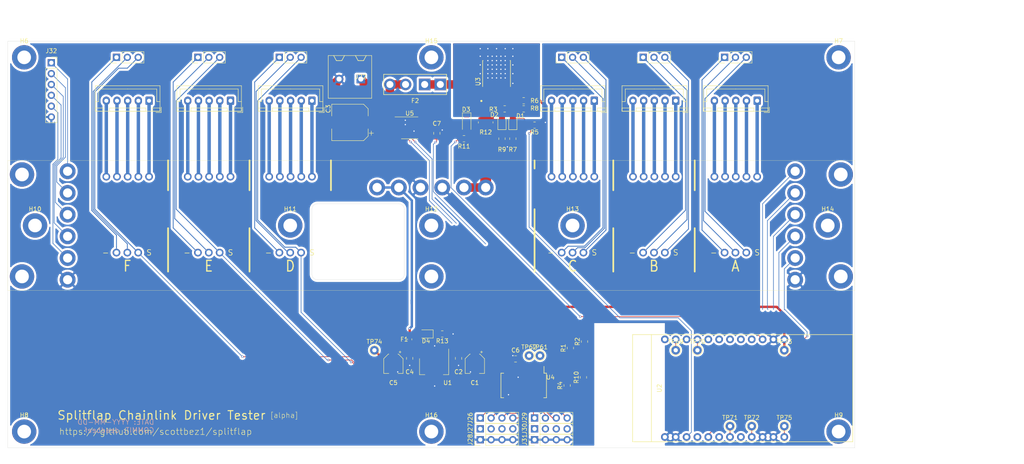
<source format=kicad_pcb>
(kicad_pcb (version 20171130) (host pcbnew 5.1.9-73d0e3b20d~88~ubuntu20.04.1)
  (layers (0 F.Cu signal) (31 B.Cu signal) (34 B.Paste user) (35 F.Paste user) (36 B.SilkS user) (37 F.SilkS user) (38 B.Mask user) (39 F.Mask user) (44 Edge.Cuts user))
  (net 0 "")
  (net 1 GND)
  (net 2 +12V)
  (net 3 /OUT_A_PHASE_D)
  (net 4 /OUT_A_PHASE_C)
  (net 5 /OUT_A_PHASE_B)
  (net 6 /OUT_A_PHASE_A)
  (net 7 /OUT_B_PHASE_D)
  (net 8 /OUT_B_PHASE_C)
  (net 9 /OUT_B_PHASE_B)
  (net 10 /OUT_B_PHASE_A)
  (net 11 /OUT_C_PHASE_D)
  (net 12 /OUT_C_PHASE_C)
  (net 13 /OUT_C_PHASE_B)
  (net 14 /OUT_C_PHASE_A)
  (net 15 /OUT_D_PHASE_D)
  (net 16 /OUT_D_PHASE_C)
  (net 17 /OUT_D_PHASE_B)
  (net 18 /OUT_D_PHASE_A)
  (net 19 +3V3)
  (net 20 "Net-(D2-Pad2)")
  (net 21 "Net-(D3-Pad2)")
  (net 22 /CLOCK_OUT)
  (net 23 /MOTOR_OUT)
  (net 24 /OUT_E_PHASE_D)
  (net 25 /OUT_E_PHASE_C)
  (net 26 /OUT_E_PHASE_B)
  (net 27 /OUT_E_PHASE_A)
  (net 28 /OUT_F_PHASE_D)
  (net 29 /OUT_F_PHASE_C)
  (net 30 /OUT_F_PHASE_B)
  (net 31 /OUT_F_PHASE_A)
  (net 32 /SENSOR_IN)
  (net 33 /SENSOR_LATCH_OUT)
  (net 34 /MOTOR_LATCH_OUT)
  (net 35 +5V)
  (net 36 "Net-(C4-Pad2)")
  (net 37 /12V_EN)
  (net 38 "Net-(D1-Pad1)")
  (net 39 "Net-(D2-Pad1)")
  (net 40 /3V3_FUSED)
  (net 41 /OUT_A_COMMON)
  (net 42 /OUT_B_COMMON)
  (net 43 /OUT_C_COMMON)
  (net 44 /OUT_D_COMMON)
  (net 45 /SENSOR_A_SIGNAL)
  (net 46 /SENSOR_A_VCC)
  (net 47 /SENSOR_A_GND)
  (net 48 /SENSOR_B_SIGNAL)
  (net 49 /SENSOR_B_VCC)
  (net 50 /SENSOR_B_GND)
  (net 51 /SENSOR_C_SIGNAL)
  (net 52 /SENSOR_C_VCC)
  (net 53 /SENSOR_C_GND)
  (net 54 /SENSOR_D_SIGNAL)
  (net 55 /SENSOR_D_VCC)
  (net 56 /SENSOR_D_GND)
  (net 57 /OUT_E_COMMON)
  (net 58 /OUT_F_COMMON)
  (net 59 /SENSOR_E_SIGNAL)
  (net 60 /SENSOR_E_VCC)
  (net 61 /SENSOR_E_GND)
  (net 62 /SENSOR_F_SIGNAL)
  (net 63 /SENSOR_F_VCC)
  (net 64 /SENSOR_F_GND)
  (net 65 "Net-(J26-Pad4)")
  (net 66 "Net-(J26-Pad3)")
  (net 67 "Net-(J26-Pad2)")
  (net 68 "Net-(J26-Pad1)")
  (net 69 "Net-(J29-Pad4)")
  (net 70 "Net-(J29-Pad3)")
  (net 71 "Net-(J29-Pad2)")
  (net 72 "Net-(J29-Pad1)")
  (net 73 /SDA)
  (net 74 /SCL)
  (net 75 "Net-(R3-Pad1)")
  (net 76 "Net-(R6-Pad2)")
  (net 77 "Net-(R8-Pad2)")
  (net 78 /MCP_RESET)
  (net 79 /12V_TEST_FEED)
  (net 80 /12V_OUTPUT)
  (net 81 /CLOCK)
  (net 82 /MOTOR_DATA)
  (net 83 /SENSOR_DATA)
  (net 84 /MOTOR_LATCH)
  (net 85 /SENSOR_LATCH)
  (net 86 "Net-(TP61-Pad1)")
  (net 87 "Net-(TP62-Pad1)")
  (net 88 /MCP_INT)
  (net 89 "Net-(TP69-Pad1)")
  (net 90 "Net-(TP70-Pad1)")
  (net 91 "Net-(TP71-Pad1)")
  (net 92 "Net-(TP72-Pad1)")
  (net 93 /SW_IN)
  (net 94 "Net-(D4-Pad1)")
  (module Resistor_SMD:R_0805_2012Metric (layer F.Cu) (at 127 93.98 180)
    (fp_text reference R13 (at 0 -1.65) (layer F.SilkS))
    (fp_text value 220)
    (pad 2 smd roundrect (at 0.9125 0 180) (size 1.025 1.4) (layers F.Cu F.Paste F.Mask) (roundrect_rratio 0.243902) (net 94 "Net-(D4-Pad1)"))
    (pad 1 smd roundrect (at -0.9125 0 180) (size 1.025 1.4) (layers F.Cu F.Paste F.Mask) (roundrect_rratio 0.243902) (net 1 GND))
  )
  (module LED_SMD:LED_0805_2012Metric (layer F.Cu) (at 123.19 93.98 180)
    (fp_text reference D4 (at 0 -1.65) (layer F.SilkS))
    (fp_text value Red)
    (pad 2 smd roundrect (at 0.9375 0 180) (size 0.975 1.4) (layers F.Cu F.Paste F.Mask) (net 40 /3V3_FUSED))
    (pad 1 smd roundrect (at -0.9375 0 180) (size 0.975 1.4) (layers F.Cu F.Paste F.Mask) (net 94 "Net-(D4-Pad1)"))
  )
  (module TestPoint:TestPoint_THTPad_D2.0mm_Drill1.0mm (layer F.Cu) (at 207.01 115.57)
    (fp_text reference TP75 (at 0 -1.998) (layer F.SilkS))
    (fp_text value TestPoint)
    (pad 1 thru_hole circle (at 0 0) (size 2 2) (drill 1) (layers *.Cu *.Mask) (net 19 +3V3))
  )
  (module TestPoint:TestPoint_THTPad_D2.0mm_Drill1.0mm (layer F.Cu) (at 111.125 97.79)
    (fp_text reference TP74 (at 0 -1.998) (layer F.SilkS))
    (fp_text value TestPoint)
    (pad 1 thru_hole circle (at 0 0) (size 2 2) (drill 1) (layers *.Cu *.Mask) (net 36 "Net-(C4-Pad2)"))
  )
  (module TestPoint:TestPoint_THTPad_D2.0mm_Drill1.0mm (layer F.Cu) (at 207.01 97.79)
    (fp_text reference TP73 (at 0 -1.998) (layer F.SilkS))
    (fp_text value TestPoint)
    (pad 1 thru_hole circle (at 0 0) (size 2 2) (drill 1) (layers *.Cu *.Mask) (net 35 +5V))
  )
  (module TestPoint:TestPoint_THTPad_D2.0mm_Drill1.0mm (layer F.Cu) (at 199.39 115.57)
    (fp_text reference TP72 (at 0 -1.998) (layer F.SilkS))
    (fp_text value TestPoint)
    (pad 1 thru_hole circle (at 0 0) (size 2 2) (drill 1) (layers *.Cu *.Mask) (net 92 "Net-(TP72-Pad1)"))
  )
  (module TestPoint:TestPoint_THTPad_D2.0mm_Drill1.0mm (layer F.Cu) (at 194.31 115.57)
    (fp_text reference TP71 (at 0 -1.998) (layer F.SilkS))
    (fp_text value TestPoint)
    (pad 1 thru_hole circle (at 0 0) (size 2 2) (drill 1) (layers *.Cu *.Mask) (net 91 "Net-(TP71-Pad1)"))
  )
  (module TestPoint:TestPoint_THTPad_D2.0mm_Drill1.0mm (layer F.Cu) (at 186.69 97.79)
    (fp_text reference TP70 (at 0 -1.998) (layer F.SilkS))
    (fp_text value TestPoint)
    (pad 1 thru_hole circle (at 0 0) (size 2 2) (drill 1) (layers *.Cu *.Mask) (net 90 "Net-(TP70-Pad1)"))
  )
  (module TestPoint:TestPoint_THTPad_D2.0mm_Drill1.0mm (layer F.Cu) (at 181.61 97.79)
    (fp_text reference TP69 (at 0 -1.998) (layer F.SilkS))
    (fp_text value TestPoint)
    (pad 1 thru_hole circle (at 0 0) (size 2 2) (drill 1) (layers *.Cu *.Mask) (net 89 "Net-(TP69-Pad1)"))
  )
  (module TestPoint:TestPoint_THTPad_D2.0mm_Drill1.0mm (layer F.Cu) (at 147.32 99.06)
    (fp_text reference TP62 (at 0 -1.998) (layer F.SilkS))
    (fp_text value TestPoint)
    (pad 1 thru_hole circle (at 0 0) (size 2 2) (drill 1) (layers *.Cu *.Mask) (net 87 "Net-(TP62-Pad1)"))
  )
  (module TestPoint:TestPoint_THTPad_D2.0mm_Drill1.0mm (layer F.Cu) (at 149.86 99.06)
    (fp_text reference TP61 (at 0 -1.998) (layer F.SilkS))
    (fp_text value TestPoint)
    (pad 1 thru_hole circle (at 0 0) (size 2 2) (drill 1) (layers *.Cu *.Mask) (net 86 "Net-(TP61-Pad1)"))
  )
  (module MountingHole:MountingHole_3.2mm_M3_ISO7380_Pad (layer F.Cu) (at 124.46 116.84)
    (fp_text reference H16 (at 0 -3.85) (layer F.SilkS))
    (fp_text value MountingHole)
    (pad 1 thru_hole circle (at 0 0) (size 5.7 5.7) (drill 3.2) (layers *.Cu *.Mask))
  )
  (module MountingHole:MountingHole_3.2mm_M3_ISO7380_Pad (layer F.Cu) (at 124.46 29.21)
    (fp_text reference H15 (at 0 -3.85) (layer F.SilkS))
    (fp_text value MountingHole)
    (pad 1 thru_hole circle (at 0 0) (size 5.7 5.7) (drill 3.2) (layers *.Cu *.Mask))
  )
  (module MountingHole:MountingHole_3.2mm_M3_ISO7380_Pad (layer F.Cu) (at 217.17 68.58)
    (fp_text reference H14 (at 0 -3.85) (layer F.SilkS))
    (fp_text value MountingHole)
    (pad 1 thru_hole circle (at 0 0) (size 5.7 5.7) (drill 3.2) (layers *.Cu *.Mask))
  )
  (module MountingHole:MountingHole_3.2mm_M3_ISO7380_Pad (layer F.Cu) (at 157.48 68.58)
    (fp_text reference H13 (at 0 -3.85) (layer F.SilkS))
    (fp_text value MountingHole)
    (pad 1 thru_hole circle (at 0 0) (size 5.7 5.7) (drill 3.2) (layers *.Cu *.Mask))
  )
  (module MountingHole:MountingHole_3.2mm_M3_ISO7380_Pad (layer F.Cu) (at 124.46 68.58)
    (fp_text reference H12 (at 0 -3.85) (layer F.SilkS))
    (fp_text value MountingHole)
    (pad 1 thru_hole circle (at 0 0) (size 5.7 5.7) (drill 3.2) (layers *.Cu *.Mask))
  )
  (module MountingHole:MountingHole_3.2mm_M3_ISO7380_Pad (layer F.Cu) (at 91.44 68.58)
    (fp_text reference H11 (at 0 -3.85) (layer F.SilkS))
    (fp_text value MountingHole)
    (pad 1 thru_hole circle (at 0 0) (size 5.7 5.7) (drill 3.2) (layers *.Cu *.Mask))
  )
  (module MountingHole:MountingHole_3.2mm_M3_ISO7380_Pad (layer F.Cu) (at 31.75 68.58)
    (fp_text reference H10 (at 0 -3.85) (layer F.SilkS))
    (fp_text value MountingHole)
    (pad 1 thru_hole circle (at 0 0) (size 5.7 5.7) (drill 3.2) (layers *.Cu *.Mask))
  )
  (module ESP32:T-DISPLAY (layer F.Cu) (at 179.07 118.11 90)
    (fp_text reference U2 (at 11.43 -1.27 90) (layer F.SilkS))
    (fp_text value TTGO_TDisplay)
    (pad 24 thru_hole circle (at 22.86 0 90) (size 1.8 1.8) (drill 1) (layers *.Cu *.Mask) (net 19 +3V3))
    (pad 23 thru_hole circle (at 22.86 2.54 90) (size 1.8 1.8) (drill 1) (layers *.Cu *.Mask) (net 89 "Net-(TP69-Pad1)"))
    (pad 22 thru_hole circle (at 22.86 5.08 90) (size 1.8 1.8) (drill 1) (layers *.Cu *.Mask) (net 88 /MCP_INT))
    (pad 21 thru_hole circle (at 22.86 7.62 90) (size 1.8 1.8) (drill 1) (layers *.Cu *.Mask) (net 90 "Net-(TP70-Pad1)"))
    (pad 20 thru_hole circle (at 22.86 10.16 90) (size 1.8 1.8) (drill 1) (layers *.Cu *.Mask) (net 83 /SENSOR_DATA))
    (pad 19 thru_hole circle (at 22.86 12.7 90) (size 1.8 1.8) (drill 1) (layers *.Cu *.Mask) (net 82 /MOTOR_DATA))
    (pad 18 thru_hole circle (at 22.86 15.24 90) (size 1.8 1.8) (drill 1) (layers *.Cu *.Mask) (net 81 /CLOCK))
    (pad 17 thru_hole circle (at 22.86 17.78 90) (size 1.8 1.8) (drill 1) (layers *.Cu *.Mask) (net 84 /MOTOR_LATCH))
    (pad 16 thru_hole circle (at 22.86 20.32 90) (size 1.8 1.8) (drill 1) (layers *.Cu *.Mask) (net 78 /MCP_RESET))
    (pad 15 thru_hole circle (at 22.86 22.86 90) (size 1.8 1.8) (drill 1) (layers *.Cu *.Mask) (net 79 /12V_TEST_FEED))
    (pad 14 thru_hole circle (at 22.86 25.4 90) (size 1.8 1.8) (drill 1) (layers *.Cu *.Mask) (net 1 GND))
    (pad 13 thru_hole circle (at 22.86 27.94 90) (size 1.8 1.8) (drill 1) (layers *.Cu *.Mask) (net 35 +5V))
    (pad 12 thru_hole circle (at 0 27.94 90) (size 1.8 1.8) (drill 1) (layers *.Cu *.Mask) (net 19 +3V3))
    (pad 11 thru_hole circle (at 0 25.4 90) (size 1.8 1.8) (drill 1) (layers *.Cu *.Mask) (net 1 GND))
    (pad 10 thru_hole circle (at 0 22.86 90) (size 1.8 1.8) (drill 1) (layers *.Cu *.Mask) (net 1 GND))
    (pad 9 thru_hole circle (at 0 20.32 90) (size 1.8 1.8) (drill 1) (layers *.Cu *.Mask) (net 92 "Net-(TP72-Pad1)"))
    (pad 8 thru_hole circle (at 0 17.78 90) (size 1.8 1.8) (drill 1) (layers *.Cu *.Mask) (net 74 /SCL))
    (pad 7 thru_hole circle (at 0 15.24 90) (size 1.8 1.8) (drill 1) (layers *.Cu *.Mask) (net 91 "Net-(TP71-Pad1)"))
    (pad 6 thru_hole circle (at 0 12.7 90) (size 1.8 1.8) (drill 1) (layers *.Cu *.Mask) (net 73 /SDA))
    (pad 5 thru_hole circle (at 0 10.16 90) (size 1.8 1.8) (drill 1) (layers *.Cu *.Mask) (net 85 /SENSOR_LATCH))
    (pad 4 thru_hole circle (at 0 7.62 90) (size 1.8 1.8) (drill 1) (layers *.Cu *.Mask) (net 40 /3V3_FUSED))
    (pad 3 thru_hole circle (at 0 5.08 90) (size 1.8 1.8) (drill 1) (layers *.Cu *.Mask) (net 37 /12V_EN))
    (pad 2 thru_hole circle (at 0 2.54 90) (size 1.8 1.8) (drill 1) (layers *.Cu *.Mask) (net 1 GND))
    (pad 1 thru_hole circle (at 0 0 90) (size 1.8 1.8) (drill 1) (layers *.Cu *.Mask) (net 1 GND))
  )
  (module MountingHole:MountingHole_3.2mm_M3_ISO7380_Pad (layer F.Cu) (at 219.71 116.84)
    (fp_text reference H9 (at 0 -3.85) (layer F.SilkS))
    (fp_text value MountingHole)
    (pad 1 thru_hole circle (at 0 0) (size 5.7 5.7) (drill 3.2) (layers *.Cu *.Mask))
  )
  (module MountingHole:MountingHole_3.2mm_M3_ISO7380_Pad (layer F.Cu) (at 29.21 116.84)
    (fp_text reference H8 (at 0 -3.85) (layer F.SilkS))
    (fp_text value MountingHole)
    (pad 1 thru_hole circle (at 0 0) (size 5.7 5.7) (drill 3.2) (layers *.Cu *.Mask))
  )
  (module MountingHole:MountingHole_3.2mm_M3_ISO7380_Pad (layer F.Cu) (at 219.71 29.21)
    (fp_text reference H7 (at 0 -3.85) (layer F.SilkS))
    (fp_text value MountingHole)
    (pad 1 thru_hole circle (at 0 0) (size 5.7 5.7) (drill 3.2) (layers *.Cu *.Mask))
  )
  (module MountingHole:MountingHole_3.2mm_M3_ISO7380_Pad (layer F.Cu) (at 29.21 29.21)
    (fp_text reference H6 (at 0 -3.85) (layer F.SilkS))
    (fp_text value MountingHole)
    (pad 1 thru_hole circle (at 0 0) (size 5.7 5.7) (drill 3.2) (layers *.Cu *.Mask))
  )
  (module Connector_PinHeader_2.54mm:PinHeader_1x04_P2.54mm_Vertical (layer F.Cu) (at 148.59 118.745 90)
    (fp_text reference J31 (at 0 -2.33 90) (layer F.SilkS))
    (fp_text value exp)
    (pad 4 thru_hole oval (at 0 7.62 90) (size 1.7 1.7) (drill 1) (layers *.Cu *.Mask) (net 1 GND))
    (pad 3 thru_hole oval (at 0 5.08 90) (size 1.7 1.7) (drill 1) (layers *.Cu *.Mask) (net 1 GND))
    (pad 2 thru_hole oval (at 0 2.54 90) (size 1.7 1.7) (drill 1) (layers *.Cu *.Mask) (net 1 GND))
    (pad 1 thru_hole rect (at 0 0 90) (size 1.7 1.7) (drill 1) (layers *.Cu *.Mask) (net 1 GND))
  )
  (module Connector_PinHeader_2.54mm:PinHeader_1x04_P2.54mm_Vertical (layer F.Cu) (at 148.59 116.205 90)
    (fp_text reference J30 (at 0 -2.33 90) (layer F.SilkS))
    (fp_text value exp)
    (pad 4 thru_hole oval (at 0 7.62 90) (size 1.7 1.7) (drill 1) (layers *.Cu *.Mask) (net 19 +3V3))
    (pad 3 thru_hole oval (at 0 5.08 90) (size 1.7 1.7) (drill 1) (layers *.Cu *.Mask) (net 19 +3V3))
    (pad 2 thru_hole oval (at 0 2.54 90) (size 1.7 1.7) (drill 1) (layers *.Cu *.Mask) (net 19 +3V3))
    (pad 1 thru_hole rect (at 0 0 90) (size 1.7 1.7) (drill 1) (layers *.Cu *.Mask) (net 19 +3V3))
  )
  (module Connector_PinHeader_2.54mm:PinHeader_1x04_P2.54mm_Vertical (layer F.Cu) (at 148.59 113.665 90)
    (fp_text reference J29 (at 0 -2.33 90) (layer F.SilkS))
    (fp_text value exp)
    (pad 4 thru_hole oval (at 0 7.62 90) (size 1.7 1.7) (drill 1) (layers *.Cu *.Mask) (net 69 "Net-(J29-Pad4)"))
    (pad 3 thru_hole oval (at 0 5.08 90) (size 1.7 1.7) (drill 1) (layers *.Cu *.Mask) (net 70 "Net-(J29-Pad3)"))
    (pad 2 thru_hole oval (at 0 2.54 90) (size 1.7 1.7) (drill 1) (layers *.Cu *.Mask) (net 71 "Net-(J29-Pad2)"))
    (pad 1 thru_hole rect (at 0 0 90) (size 1.7 1.7) (drill 1) (layers *.Cu *.Mask) (net 72 "Net-(J29-Pad1)"))
  )
  (module Connector_PinHeader_2.54mm:PinHeader_1x04_P2.54mm_Vertical (layer F.Cu) (at 135.89 118.745 90)
    (fp_text reference J28 (at 0 -2.33 90) (layer F.SilkS))
    (fp_text value exp)
    (pad 4 thru_hole oval (at 0 7.62 90) (size 1.7 1.7) (drill 1) (layers *.Cu *.Mask) (net 1 GND))
    (pad 3 thru_hole oval (at 0 5.08 90) (size 1.7 1.7) (drill 1) (layers *.Cu *.Mask) (net 1 GND))
    (pad 2 thru_hole oval (at 0 2.54 90) (size 1.7 1.7) (drill 1) (layers *.Cu *.Mask) (net 1 GND))
    (pad 1 thru_hole rect (at 0 0 90) (size 1.7 1.7) (drill 1) (layers *.Cu *.Mask) (net 1 GND))
  )
  (module Connector_PinHeader_2.54mm:PinHeader_1x04_P2.54mm_Vertical (layer F.Cu) (at 135.89 116.205 90)
    (fp_text reference J27 (at 0 -2.33 90) (layer F.SilkS))
    (fp_text value exp)
    (pad 4 thru_hole oval (at 0 7.62 90) (size 1.7 1.7) (drill 1) (layers *.Cu *.Mask) (net 19 +3V3))
    (pad 3 thru_hole oval (at 0 5.08 90) (size 1.7 1.7) (drill 1) (layers *.Cu *.Mask) (net 19 +3V3))
    (pad 2 thru_hole oval (at 0 2.54 90) (size 1.7 1.7) (drill 1) (layers *.Cu *.Mask) (net 19 +3V3))
    (pad 1 thru_hole rect (at 0 0 90) (size 1.7 1.7) (drill 1) (layers *.Cu *.Mask) (net 19 +3V3))
  )
  (module Connector_PinHeader_2.54mm:PinHeader_1x04_P2.54mm_Vertical (layer F.Cu) (at 135.89 113.665 90)
    (fp_text reference J26 (at 0 -2.33 90) (layer F.SilkS))
    (fp_text value exp)
    (pad 4 thru_hole oval (at 0 7.62 90) (size 1.7 1.7) (drill 1) (layers *.Cu *.Mask) (net 65 "Net-(J26-Pad4)"))
    (pad 3 thru_hole oval (at 0 5.08 90) (size 1.7 1.7) (drill 1) (layers *.Cu *.Mask) (net 66 "Net-(J26-Pad3)"))
    (pad 2 thru_hole oval (at 0 2.54 90) (size 1.7 1.7) (drill 1) (layers *.Cu *.Mask) (net 67 "Net-(J26-Pad2)"))
    (pad 1 thru_hole rect (at 0 0 90) (size 1.7 1.7) (drill 1) (layers *.Cu *.Mask) (net 68 "Net-(J26-Pad1)"))
  )
  (module Package_SO:SOIC-8_3.9x4.9mm_P1.27mm (layer F.Cu) (at 119.38 45.72)
    (fp_text reference U5 (at 0 -3.4) (layer F.SilkS))
    (fp_text value INA219BxD)
    (pad 8 smd roundrect (at 2.475 -1.905) (size 1.95 0.6) (layers F.Cu F.Paste F.Mask) (net 20 "Net-(D2-Pad2)"))
    (pad 7 smd roundrect (at 2.475 -0.635) (size 1.95 0.6) (layers F.Cu F.Paste F.Mask) (net 80 /12V_OUTPUT))
    (pad 6 smd roundrect (at 2.475 0.635) (size 1.95 0.6) (layers F.Cu F.Paste F.Mask) (net 1 GND))
    (pad 5 smd roundrect (at 2.475 1.905) (size 1.95 0.6) (layers F.Cu F.Paste F.Mask) (net 19 +3V3))
    (pad 4 smd roundrect (at -2.475 1.905) (size 1.95 0.6) (layers F.Cu F.Paste F.Mask) (net 74 /SCL))
    (pad 3 smd roundrect (at -2.475 0.635) (size 1.95 0.6) (layers F.Cu F.Paste F.Mask) (net 73 /SDA))
    (pad 2 smd roundrect (at -2.475 -0.635) (size 1.95 0.6) (layers F.Cu F.Paste F.Mask) (net 1 GND))
    (pad 1 smd roundrect (at -2.475 -1.905) (size 1.95 0.6) (layers F.Cu F.Paste F.Mask) (net 1 GND))
  )
  (module Package_SO:SSOP-28_5.3x10.2mm_P0.65mm (layer F.Cu) (at 146.05 106.045 270)
    (fp_text reference U4 (at -1.905 -6.25 180) (layer F.SilkS))
    (fp_text value MCP23017_SS)
    (pad 1 smd rect (at -3.6 -4.225 270) (size 1.75 0.45) (layers F.Cu F.Paste F.Mask) (net 45 /SENSOR_A_SIGNAL))
    (pad 2 smd rect (at -3.6 -3.575 270) (size 1.75 0.45) (layers F.Cu F.Paste F.Mask) (net 48 /SENSOR_B_SIGNAL))
    (pad 3 smd rect (at -3.6 -2.925 270) (size 1.75 0.45) (layers F.Cu F.Paste F.Mask) (net 51 /SENSOR_C_SIGNAL))
    (pad 4 smd rect (at -3.6 -2.275 270) (size 1.75 0.45) (layers F.Cu F.Paste F.Mask) (net 86 "Net-(TP61-Pad1)"))
    (pad 5 smd rect (at -3.6 -1.625 270) (size 1.75 0.45) (layers F.Cu F.Paste F.Mask) (net 87 "Net-(TP62-Pad1)"))
    (pad 6 smd rect (at -3.6 -0.975 270) (size 1.75 0.45) (layers F.Cu F.Paste F.Mask) (net 54 /SENSOR_D_SIGNAL))
    (pad 7 smd rect (at -3.6 -0.325 270) (size 1.75 0.45) (layers F.Cu F.Paste F.Mask) (net 59 /SENSOR_E_SIGNAL))
    (pad 8 smd rect (at -3.6 0.325 270) (size 1.75 0.45) (layers F.Cu F.Paste F.Mask) (net 62 /SENSOR_F_SIGNAL))
    (pad 9 smd rect (at -3.6 0.975 270) (size 1.75 0.45) (layers F.Cu F.Paste F.Mask) (net 19 +3V3))
    (pad 10 smd rect (at -3.6 1.625 270) (size 1.75 0.45) (layers F.Cu F.Paste F.Mask) (net 1 GND))
    (pad 11 smd rect (at -3.6 2.275 270) (size 1.75 0.45) (layers F.Cu F.Paste F.Mask))
    (pad 12 smd rect (at -3.6 2.925 270) (size 1.75 0.45) (layers F.Cu F.Paste F.Mask) (net 74 /SCL))
    (pad 13 smd rect (at -3.6 3.575 270) (size 1.75 0.45) (layers F.Cu F.Paste F.Mask) (net 73 /SDA))
    (pad 14 smd rect (at -3.6 4.225 270) (size 1.75 0.45) (layers F.Cu F.Paste F.Mask))
    (pad 15 smd rect (at 3.6 4.225 270) (size 1.75 0.45) (layers F.Cu F.Paste F.Mask) (net 1 GND))
    (pad 16 smd rect (at 3.6 3.575 270) (size 1.75 0.45) (layers F.Cu F.Paste F.Mask) (net 1 GND))
    (pad 17 smd rect (at 3.6 2.925 270) (size 1.75 0.45) (layers F.Cu F.Paste F.Mask) (net 1 GND))
    (pad 18 smd rect (at 3.6 2.275 270) (size 1.75 0.45) (layers F.Cu F.Paste F.Mask) (net 78 /MCP_RESET))
    (pad 19 smd rect (at 3.6 1.625 270) (size 1.75 0.45) (layers F.Cu F.Paste F.Mask))
    (pad 20 smd rect (at 3.6 0.975 270) (size 1.75 0.45) (layers F.Cu F.Paste F.Mask) (net 88 /MCP_INT))
    (pad 21 smd rect (at 3.6 0.325 270) (size 1.75 0.45) (layers F.Cu F.Paste F.Mask) (net 68 "Net-(J26-Pad1)"))
    (pad 22 smd rect (at 3.6 -0.325 270) (size 1.75 0.45) (layers F.Cu F.Paste F.Mask) (net 67 "Net-(J26-Pad2)"))
    (pad 23 smd rect (at 3.6 -0.975 270) (size 1.75 0.45) (layers F.Cu F.Paste F.Mask) (net 66 "Net-(J26-Pad3)"))
    (pad 24 smd rect (at 3.6 -1.625 270) (size 1.75 0.45) (layers F.Cu F.Paste F.Mask) (net 65 "Net-(J26-Pad4)"))
    (pad 25 smd rect (at 3.6 -2.275 270) (size 1.75 0.45) (layers F.Cu F.Paste F.Mask) (net 72 "Net-(J29-Pad1)"))
    (pad 26 smd rect (at 3.6 -2.925 270) (size 1.75 0.45) (layers F.Cu F.Paste F.Mask) (net 71 "Net-(J29-Pad2)"))
    (pad 27 smd rect (at 3.6 -3.575 270) (size 1.75 0.45) (layers F.Cu F.Paste F.Mask) (net 70 "Net-(J29-Pad3)"))
    (pad 28 smd rect (at 3.6 -4.225 270) (size 1.75 0.45) (layers F.Cu F.Paste F.Mask) (net 69 "Net-(J29-Pad4)"))
  )
  (module VN7007ALHTR:VN7007ALHTR (layer F.Cu) (at 139.7 33.02 90)
    (fp_text reference U3 (at -2.975 -4.35 90) (layer F.SilkS) (effects (justify left)))
    (fp_text value VN7007ALH)
    (pad 7 smd rect (at -5.425 2.55 180) (size 0.7 2.4) (layers F.Cu F.Paste F.Mask) (net 1 GND))
    (pad 6 smd rect (at -5.425 1.7 180) (size 0.7 2.4) (layers F.Cu F.Paste F.Mask) (net 76 "Net-(R6-Pad2)"))
    (pad 5 smd rect (at -5.425 0.85 180) (size 0.7 2.4) (layers F.Cu F.Paste F.Mask) (net 77 "Net-(R8-Pad2)"))
    (pad 4 smd rect (at -5.425 0 180) (size 0.7 2.4) (layers F.Cu F.Paste F.Mask) (net 75 "Net-(R3-Pad1)"))
    (pad 3 smd rect (at -5.425 -0.85 180) (size 0.7 2.4) (layers F.Cu F.Paste F.Mask) (net 20 "Net-(D2-Pad2)"))
    (pad 2 smd rect (at -5.425 -1.7 180) (size 0.7 2.4) (layers F.Cu F.Paste F.Mask) (net 20 "Net-(D2-Pad2)"))
    (pad 1 smd rect (at -5.425 -2.55 180) (size 0.7 2.4) (layers F.Cu F.Paste F.Mask) (net 20 "Net-(D2-Pad2)"))
    (pad TAB smd rect (at 1.375 0 180) (size 5.55 6.5) (layers F.Cu F.Paste F.Mask) (net 93 /SW_IN))
  )
  (module Package_TO_SOT_SMD:SOT-223-3_TabPin2 (layer F.Cu) (at 125.095 101.6 270)
    (fp_text reference U1 (at 3.81 -3.175 180) (layer F.SilkS))
    (fp_text value AP7361C-33E)
    (pad 1 smd rect (at -3.15 -2.3 270) (size 2 1.5) (layers F.Cu F.Paste F.Mask) (net 35 +5V))
    (pad 3 smd rect (at -3.15 2.3 270) (size 2 1.5) (layers F.Cu F.Paste F.Mask) (net 36 "Net-(C4-Pad2)"))
    (pad 2 smd rect (at -3.15 0 270) (size 2 1.5) (layers F.Cu F.Paste F.Mask) (net 1 GND))
    (pad 2 smd rect (at 3.15 0 270) (size 2 3.8) (layers F.Cu F.Paste F.Mask) (net 1 GND))
  )
  (module pogoPins:pogo2mm (layer F.Cu) (at 137.16 59.69)
    (fp_text reference TP68 hide)
    (fp_text value TestPoint)
    (pad 1 thru_hole circle (at 0 0) (size 3.7 3.7) (drill 2.15) (layers *.Cu *.Mask) (net 80 /12V_OUTPUT))
  )
  (module pogoPins:pogo2mm (layer F.Cu) (at 132.08 59.69)
    (fp_text reference TP67 hide)
    (fp_text value TestPoint)
    (pad 1 thru_hole circle (at 0 0) (size 3.7 3.7) (drill 2.15) (layers *.Cu *.Mask) (net 80 /12V_OUTPUT))
  )
  (module pogoPins:pogo2mm (layer F.Cu) (at 127 59.69)
    (fp_text reference TP66 hide)
    (fp_text value TestPoint)
    (pad 1 thru_hole circle (at 0 0) (size 3.7 3.7) (drill 2.15) (layers *.Cu *.Mask) (net 1 GND))
  )
  (module pogoPins:pogo2mm (layer F.Cu) (at 121.92 59.69)
    (fp_text reference TP65 hide)
    (fp_text value TestPoint)
    (pad 1 thru_hole circle (at 0 0) (size 3.7 3.7) (drill 2.15) (layers *.Cu *.Mask) (net 1 GND))
  )
  (module pogoPins:pogo2mm (layer F.Cu) (at 116.84 59.69)
    (fp_text reference TP64 hide)
    (fp_text value TestPoint)
    (pad 1 thru_hole circle (at 0 0) (size 3.7 3.7) (drill 2.15) (layers *.Cu *.Mask) (net 40 /3V3_FUSED))
  )
  (module pogoPins:pogo2mm (layer F.Cu) (at 111.76 59.69)
    (fp_text reference TP63 hide)
    (fp_text value TestPoint)
    (pad 1 thru_hole circle (at 0 0) (size 3.7 3.7) (drill 2.15) (layers *.Cu *.Mask) (net 40 /3V3_FUSED))
  )
  (module pogoPins:pogo2mm (layer F.Cu) (at 39.37 81.28)
    (fp_text reference TP60 hide)
    (fp_text value TestPoint)
    (pad 1 thru_hole circle (at 0 0) (size 3.7 3.7) (drill 2.15) (layers *.Cu *.Mask) (net 1 GND))
  )
  (module pogoPins:pogo2mm (layer F.Cu) (at 209.55 81.28)
    (fp_text reference TP59 hide)
    (fp_text value TestPoint)
    (pad 1 thru_hole circle (at 0 0) (size 3.7 3.7) (drill 2.15) (layers *.Cu *.Mask) (net 1 GND))
  )
  (module pogoPins:pogo2mm (layer F.Cu) (at 39.37 76.2)
    (fp_text reference TP58 hide)
    (fp_text value TestPoint)
    (pad 1 thru_hole circle (at 0 0) (size 3.7 3.7) (drill 2.15) (layers *.Cu *.Mask) (net 33 /SENSOR_LATCH_OUT))
  )
  (module pogoPins:pogo2mm (layer F.Cu) (at 209.55 76.2)
    (fp_text reference TP57 hide)
    (fp_text value TestPoint)
    (pad 1 thru_hole circle (at 0 0) (size 3.7 3.7) (drill 2.15) (layers *.Cu *.Mask) (net 85 /SENSOR_LATCH))
  )
  (module pogoPins:pogo2mm (layer F.Cu) (at 39.37 71.12)
    (fp_text reference TP56 hide)
    (fp_text value TestPoint)
    (pad 1 thru_hole circle (at 0 0) (size 3.7 3.7) (drill 2.15) (layers *.Cu *.Mask) (net 34 /MOTOR_LATCH_OUT))
  )
  (module pogoPins:pogo2mm (layer F.Cu) (at 209.55 71.12)
    (fp_text reference TP55 hide)
    (fp_text value TestPoint)
    (pad 1 thru_hole circle (at 0 0) (size 3.7 3.7) (drill 2.15) (layers *.Cu *.Mask) (net 84 /MOTOR_LATCH))
  )
  (module pogoPins:pogo2mm (layer F.Cu) (at 39.37 66.04)
    (fp_text reference TP54 hide)
    (fp_text value TestPoint)
    (pad 1 thru_hole circle (at 0 0) (size 3.7 3.7) (drill 2.15) (layers *.Cu *.Mask) (net 32 /SENSOR_IN))
  )
  (module pogoPins:pogo2mm (layer F.Cu) (at 209.55 66.04)
    (fp_text reference TP53 hide)
    (fp_text value TestPoint)
    (pad 1 thru_hole circle (at 0 0) (size 3.7 3.7) (drill 2.15) (layers *.Cu *.Mask) (net 83 /SENSOR_DATA))
  )
  (module pogoPins:pogo2mm (layer F.Cu) (at 39.37 60.96)
    (fp_text reference TP52 hide)
    (fp_text value TestPoint)
    (pad 1 thru_hole circle (at 0 0) (size 3.7 3.7) (drill 2.15) (layers *.Cu *.Mask) (net 23 /MOTOR_OUT))
  )
  (module pogoPins:pogo2mm (layer F.Cu) (at 209.55 60.96)
    (fp_text reference TP51 hide)
    (fp_text value TestPoint)
    (pad 1 thru_hole circle (at 0 0) (size 3.7 3.7) (drill 2.15) (layers *.Cu *.Mask) (net 82 /MOTOR_DATA))
  )
  (module pogoPins:pogo2mm (layer F.Cu) (at 39.37 55.88)
    (fp_text reference TP50 hide)
    (fp_text value TestPoint)
    (pad 1 thru_hole circle (at 0 0) (size 3.7 3.7) (drill 2.15) (layers *.Cu *.Mask) (net 22 /CLOCK_OUT))
  )
  (module pogoPins:pogo2mm (layer F.Cu) (at 209.55 55.88)
    (fp_text reference TP49 hide)
    (fp_text value TestPoint)
    (pad 1 thru_hole circle (at 0 0) (size 3.7 3.7) (drill 2.15) (layers *.Cu *.Mask) (net 81 /CLOCK))
  )
  (module pogoPins:pogo1mm (layer F.Cu) (at 50.8 74.93)
    (fp_text reference TP48 hide)
    (fp_text value TestPoint)
    (pad 1 thru_hole circle (at 0 0) (size 1.8 1.8) (drill 1.1) (layers *.Cu *.Mask) (net 64 /SENSOR_F_GND))
  )
  (module pogoPins:pogo1mm (layer F.Cu) (at 53.34 74.93)
    (fp_text reference TP47 hide)
    (fp_text value TestPoint)
    (pad 1 thru_hole circle (at 0 0) (size 1.8 1.8) (drill 1.1) (layers *.Cu *.Mask) (net 63 /SENSOR_F_VCC))
  )
  (module pogoPins:pogo1mm (layer F.Cu) (at 55.88 74.93)
    (fp_text reference TP46 hide)
    (fp_text value TestPoint)
    (pad 1 thru_hole circle (at 0 0) (size 1.8 1.8) (drill 1.1) (layers *.Cu *.Mask) (net 62 /SENSOR_F_SIGNAL))
  )
  (module pogoPins:pogo1mm (layer F.Cu) (at 69.85 74.93)
    (fp_text reference TP45 hide)
    (fp_text value TestPoint)
    (pad 1 thru_hole circle (at 0 0) (size 1.8 1.8) (drill 1.1) (layers *.Cu *.Mask) (net 61 /SENSOR_E_GND))
  )
  (module pogoPins:pogo1mm (layer F.Cu) (at 72.39 74.93)
    (fp_text reference TP44 hide)
    (fp_text value TestPoint)
    (pad 1 thru_hole circle (at 0 0) (size 1.8 1.8) (drill 1.1) (layers *.Cu *.Mask) (net 60 /SENSOR_E_VCC))
  )
  (module pogoPins:pogo1mm (layer F.Cu) (at 74.93 74.93)
    (fp_text reference TP43 hide)
    (fp_text value TestPoint)
    (pad 1 thru_hole circle (at 0 0) (size 1.8 1.8) (drill 1.1) (layers *.Cu *.Mask) (net 59 /SENSOR_E_SIGNAL))
  )
  (module pogoPins:pogo1mm (layer F.Cu) (at 48.42 57.15)
    (fp_text reference TP42 hide)
    (fp_text value TestPoint)
    (pad 1 thru_hole circle (at 0 0) (size 1.8 1.8) (drill 1.1) (layers *.Cu *.Mask) (net 58 /OUT_F_COMMON))
  )
  (module pogoPins:pogo1mm (layer F.Cu) (at 67.47 57.15)
    (fp_text reference TP41 hide)
    (fp_text value TestPoint)
    (pad 1 thru_hole circle (at 0 0) (size 1.8 1.8) (drill 1.1) (layers *.Cu *.Mask) (net 57 /OUT_E_COMMON))
  )
  (module pogoPins:pogo1mm (layer F.Cu) (at 86.52 57.15)
    (fp_text reference TP40 hide)
    (fp_text value TestPoint)
    (pad 1 thru_hole circle (at 0 0) (size 1.8 1.8) (drill 1.1) (layers *.Cu *.Mask) (net 44 /OUT_D_COMMON))
  )
  (module pogoPins:pogo1mm (layer F.Cu) (at 152.56 57.15)
    (fp_text reference TP39 hide)
    (fp_text value TestPoint)
    (pad 1 thru_hole circle (at 0 0) (size 1.8 1.8) (drill 1.1) (layers *.Cu *.Mask) (net 43 /OUT_C_COMMON))
  )
  (module pogoPins:pogo1mm (layer F.Cu) (at 171.61 57.15)
    (fp_text reference TP38 hide)
    (fp_text value TestPoint)
    (pad 1 thru_hole circle (at 0 0) (size 1.8 1.8) (drill 1.1) (layers *.Cu *.Mask) (net 42 /OUT_B_COMMON))
  )
  (module pogoPins:pogo1mm (layer F.Cu) (at 190.66 57.15)
    (fp_text reference TP37 hide)
    (fp_text value TestPoint)
    (pad 1 thru_hole circle (at 0 0) (size 1.8 1.8) (drill 1.1) (layers *.Cu *.Mask) (net 41 /OUT_A_COMMON))
  )
  (module pogoPins:pogo1mm (layer F.Cu) (at 88.9 74.93)
    (fp_text reference TP36 hide)
    (fp_text value TestPoint)
    (pad 1 thru_hole circle (at 0 0) (size 1.8 1.8) (drill 1.1) (layers *.Cu *.Mask) (net 56 /SENSOR_D_GND))
  )
  (module pogoPins:pogo1mm (layer F.Cu) (at 50.92 57.15)
    (fp_text reference TP35 hide)
    (fp_text value TestPoint)
    (pad 1 thru_hole circle (at 0 0) (size 1.8 1.8) (drill 1.1) (layers *.Cu *.Mask) (net 28 /OUT_F_PHASE_D))
  )
  (module pogoPins:pogo1mm (layer F.Cu) (at 69.97 57.15)
    (fp_text reference TP34 hide)
    (fp_text value TestPoint)
    (pad 1 thru_hole circle (at 0 0) (size 1.8 1.8) (drill 1.1) (layers *.Cu *.Mask) (net 24 /OUT_E_PHASE_D))
  )
  (module pogoPins:pogo1mm (layer F.Cu) (at 89.02 57.15)
    (fp_text reference TP33 hide)
    (fp_text value TestPoint)
    (pad 1 thru_hole circle (at 0 0) (size 1.8 1.8) (drill 1.1) (layers *.Cu *.Mask) (net 15 /OUT_D_PHASE_D))
  )
  (module pogoPins:pogo1mm (layer F.Cu) (at 155.06 57.15)
    (fp_text reference TP32 hide)
    (fp_text value TestPoint)
    (pad 1 thru_hole circle (at 0 0) (size 1.8 1.8) (drill 1.1) (layers *.Cu *.Mask) (net 11 /OUT_C_PHASE_D))
  )
  (module pogoPins:pogo1mm (layer F.Cu) (at 174.11 57.15)
    (fp_text reference TP31 hide)
    (fp_text value TestPoint)
    (pad 1 thru_hole circle (at 0 0) (size 1.8 1.8) (drill 1.1) (layers *.Cu *.Mask) (net 7 /OUT_B_PHASE_D))
  )
  (module pogoPins:pogo1mm (layer F.Cu) (at 193.16 57.15)
    (fp_text reference TP30 hide)
    (fp_text value TestPoint)
    (pad 1 thru_hole circle (at 0 0) (size 1.8 1.8) (drill 1.1) (layers *.Cu *.Mask) (net 3 /OUT_A_PHASE_D))
  )
  (module pogoPins:pogo1mm (layer F.Cu) (at 91.44 74.93)
    (fp_text reference TP29 hide)
    (fp_text value TestPoint)
    (pad 1 thru_hole circle (at 0 0) (size 1.8 1.8) (drill 1.1) (layers *.Cu *.Mask) (net 55 /SENSOR_D_VCC))
  )
  (module pogoPins:pogo1mm (layer F.Cu) (at 53.42 57.15)
    (fp_text reference TP28 hide)
    (fp_text value TestPoint)
    (pad 1 thru_hole circle (at 0 0) (size 1.8 1.8) (drill 1.1) (layers *.Cu *.Mask) (net 29 /OUT_F_PHASE_C))
  )
  (module pogoPins:pogo1mm (layer F.Cu) (at 72.47 57.15)
    (fp_text reference TP27 hide)
    (fp_text value TestPoint)
    (pad 1 thru_hole circle (at 0 0) (size 1.8 1.8) (drill 1.1) (layers *.Cu *.Mask) (net 25 /OUT_E_PHASE_C))
  )
  (module pogoPins:pogo1mm (layer F.Cu) (at 91.52 57.15)
    (fp_text reference TP26 hide)
    (fp_text value TestPoint)
    (pad 1 thru_hole circle (at 0 0) (size 1.8 1.8) (drill 1.1) (layers *.Cu *.Mask) (net 16 /OUT_D_PHASE_C))
  )
  (module pogoPins:pogo1mm (layer F.Cu) (at 157.56 57.15)
    (fp_text reference TP25 hide)
    (fp_text value TestPoint)
    (pad 1 thru_hole circle (at 0 0) (size 1.8 1.8) (drill 1.1) (layers *.Cu *.Mask) (net 12 /OUT_C_PHASE_C))
  )
  (module pogoPins:pogo1mm (layer F.Cu) (at 176.61 57.15)
    (fp_text reference TP24 hide)
    (fp_text value TestPoint)
    (pad 1 thru_hole circle (at 0 0) (size 1.8 1.8) (drill 1.1) (layers *.Cu *.Mask) (net 8 /OUT_B_PHASE_C))
  )
  (module pogoPins:pogo1mm (layer F.Cu) (at 195.66 57.15)
    (fp_text reference TP23 hide)
    (fp_text value TestPoint)
    (pad 1 thru_hole circle (at 0 0) (size 1.8 1.8) (drill 1.1) (layers *.Cu *.Mask) (net 4 /OUT_A_PHASE_C))
  )
  (module pogoPins:pogo1mm (layer F.Cu) (at 93.98 74.93)
    (fp_text reference TP22 hide)
    (fp_text value TestPoint)
    (pad 1 thru_hole circle (at 0 0) (size 1.8 1.8) (drill 1.1) (layers *.Cu *.Mask) (net 54 /SENSOR_D_SIGNAL))
  )
  (module pogoPins:pogo1mm (layer F.Cu) (at 55.92 57.15)
    (fp_text reference TP21 hide)
    (fp_text value TestPoint)
    (pad 1 thru_hole circle (at 0 0) (size 1.8 1.8) (drill 1.1) (layers *.Cu *.Mask) (net 30 /OUT_F_PHASE_B))
  )
  (module pogoPins:pogo1mm (layer F.Cu) (at 74.97 57.15)
    (fp_text reference TP20 hide)
    (fp_text value TestPoint)
    (pad 1 thru_hole circle (at 0 0) (size 1.8 1.8) (drill 1.1) (layers *.Cu *.Mask) (net 26 /OUT_E_PHASE_B))
  )
  (module pogoPins:pogo1mm (layer F.Cu) (at 94.02 57.15)
    (fp_text reference TP19 hide)
    (fp_text value TestPoint)
    (pad 1 thru_hole circle (at 0 0) (size 1.8 1.8) (drill 1.1) (layers *.Cu *.Mask) (net 17 /OUT_D_PHASE_B))
  )
  (module pogoPins:pogo1mm (layer F.Cu) (at 160.06 57.15)
    (fp_text reference TP18 hide)
    (fp_text value TestPoint)
    (pad 1 thru_hole circle (at 0 0) (size 1.8 1.8) (drill 1.1) (layers *.Cu *.Mask) (net 13 /OUT_C_PHASE_B))
  )
  (module pogoPins:pogo1mm (layer F.Cu) (at 179.11 57.15)
    (fp_text reference TP17 hide)
    (fp_text value TestPoint)
    (pad 1 thru_hole circle (at 0 0) (size 1.8 1.8) (drill 1.1) (layers *.Cu *.Mask) (net 9 /OUT_B_PHASE_B))
  )
  (module pogoPins:pogo1mm (layer F.Cu) (at 198.16 57.15)
    (fp_text reference TP16 hide)
    (fp_text value TestPoint)
    (pad 1 thru_hole circle (at 0 0) (size 1.8 1.8) (drill 1.1) (layers *.Cu *.Mask) (net 5 /OUT_A_PHASE_B))
  )
  (module pogoPins:pogo1mm (layer F.Cu) (at 58.42 57.15)
    (fp_text reference TP15 hide)
    (fp_text value TestPoint)
    (pad 1 thru_hole circle (at 0 0) (size 1.8 1.8) (drill 1.1) (layers *.Cu *.Mask) (net 31 /OUT_F_PHASE_A))
  )
  (module pogoPins:pogo1mm (layer F.Cu) (at 77.47 57.15)
    (fp_text reference TP14 hide)
    (fp_text value TestPoint)
    (pad 1 thru_hole circle (at 0 0) (size 1.8 1.8) (drill 1.1) (layers *.Cu *.Mask) (net 27 /OUT_E_PHASE_A))
  )
  (module pogoPins:pogo1mm (layer F.Cu) (at 96.52 57.15)
    (fp_text reference TP13 hide)
    (fp_text value TestPoint)
    (pad 1 thru_hole circle (at 0 0) (size 1.8 1.8) (drill 1.1) (layers *.Cu *.Mask) (net 18 /OUT_D_PHASE_A))
  )
  (module pogoPins:pogo1mm (layer F.Cu) (at 162.56 57.15)
    (fp_text reference TP12 hide)
    (fp_text value TestPoint)
    (pad 1 thru_hole circle (at 0 0) (size 1.8 1.8) (drill 1.1) (layers *.Cu *.Mask) (net 14 /OUT_C_PHASE_A))
  )
  (module pogoPins:pogo1mm (layer F.Cu) (at 181.61 57.15)
    (fp_text reference TP11 hide)
    (fp_text value TestPoint)
    (pad 1 thru_hole circle (at 0 0) (size 1.8 1.8) (drill 1.1) (layers *.Cu *.Mask) (net 10 /OUT_B_PHASE_A))
  )
  (module pogoPins:pogo1mm (layer F.Cu) (at 200.66 57.15)
    (fp_text reference TP10 hide)
    (fp_text value TestPoint)
    (pad 1 thru_hole circle (at 0 0) (size 1.8 1.8) (drill 1.1) (layers *.Cu *.Mask) (net 6 /OUT_A_PHASE_A))
  )
  (module pogoPins:pogo1mm (layer F.Cu) (at 154.94 74.93)
    (fp_text reference TP9 hide)
    (fp_text value TestPoint)
    (pad 1 thru_hole circle (at 0 0) (size 1.8 1.8) (drill 1.1) (layers *.Cu *.Mask) (net 53 /SENSOR_C_GND))
  )
  (module pogoPins:pogo1mm (layer F.Cu) (at 157.48 74.93)
    (fp_text reference TP8 hide)
    (fp_text value TestPoint)
    (pad 1 thru_hole circle (at 0 0) (size 1.8 1.8) (drill 1.1) (layers *.Cu *.Mask) (net 52 /SENSOR_C_VCC))
  )
  (module pogoPins:pogo1mm (layer F.Cu) (at 160.02 74.93)
    (fp_text reference TP7 hide)
    (fp_text value TestPoint)
    (pad 1 thru_hole circle (at 0 0) (size 1.8 1.8) (drill 1.1) (layers *.Cu *.Mask) (net 51 /SENSOR_C_SIGNAL))
  )
  (module pogoPins:pogo1mm (layer F.Cu) (at 173.99 74.93)
    (fp_text reference TP6 hide)
    (fp_text value TestPoint)
    (pad 1 thru_hole circle (at 0 0) (size 1.8 1.8) (drill 1.1) (layers *.Cu *.Mask) (net 50 /SENSOR_B_GND))
  )
  (module pogoPins:pogo1mm (layer F.Cu) (at 176.53 74.93)
    (fp_text reference TP5 hide)
    (fp_text value TestPoint)
    (pad 1 thru_hole circle (at 0 0) (size 1.8 1.8) (drill 1.1) (layers *.Cu *.Mask) (net 49 /SENSOR_B_VCC))
  )
  (module pogoPins:pogo1mm (layer F.Cu) (at 179.07 74.93)
    (fp_text reference TP4 hide)
    (fp_text value TestPoint)
    (pad 1 thru_hole circle (at 0 0) (size 1.8 1.8) (drill 1.1) (layers *.Cu *.Mask) (net 48 /SENSOR_B_SIGNAL))
  )
  (module pogoPins:pogo1mm (layer F.Cu) (at 193.04 74.93)
    (fp_text reference TP3 hide)
    (fp_text value TestPoint)
    (pad 1 thru_hole circle (at 0 0) (size 1.8 1.8) (drill 1.1) (layers *.Cu *.Mask) (net 47 /SENSOR_A_GND))
  )
  (module pogoPins:pogo1mm (layer F.Cu) (at 195.58 74.93)
    (fp_text reference TP2 hide)
    (fp_text value TestPoint)
    (pad 1 thru_hole circle (at 0 0) (size 1.8 1.8) (drill 1.1) (layers *.Cu *.Mask) (net 46 /SENSOR_A_VCC))
  )
  (module pogoPins:pogo1mm (layer F.Cu) (at 198.12 74.93)
    (fp_text reference TP1 hide)
    (fp_text value TestPoint)
    (pad 1 thru_hole circle (at 0 0) (size 1.8 1.8) (drill 1.1) (layers *.Cu *.Mask) (net 45 /SENSOR_A_SIGNAL))
  )
  (module Resistor_SMD:R_0612_1632Metric (layer F.Cu) (at 137.16 44.45 270)
    (fp_text reference R12 (at 2.286 0 180) (layer F.SilkS))
    (fp_text value "0.01R 1% 1W")
    (pad 2 smd roundrect (at 0.75 0 270) (size 1 3.4) (layers F.Cu F.Paste F.Mask) (net 80 /12V_OUTPUT))
    (pad 1 smd roundrect (at -0.75 0 270) (size 1 3.4) (layers F.Cu F.Paste F.Mask) (net 20 "Net-(D2-Pad2)"))
  )
  (module Resistor_SMD:R_0805_2012Metric (layer F.Cu) (at 132.08 48.26)
    (fp_text reference R11 (at 0 1.778) (layer F.SilkS))
    (fp_text value 220)
    (pad 2 smd roundrect (at 0.9125 0) (size 1.025 1.4) (layers F.Cu F.Paste F.Mask) (roundrect_rratio 0.243902) (net 21 "Net-(D3-Pad2)"))
    (pad 1 smd roundrect (at -0.9125 0) (size 1.025 1.4) (layers F.Cu F.Paste F.Mask) (roundrect_rratio 0.243902) (net 79 /12V_TEST_FEED))
  )
  (module Resistor_SMD:R_0805_2012Metric (layer F.Cu) (at 160.02 104.14 90)
    (fp_text reference R10 (at 0 -1.65 90) (layer F.SilkS))
    (fp_text value 15k)
    (pad 2 smd roundrect (at 0.9125 0 90) (size 1.025 1.4) (layers F.Cu F.Paste F.Mask) (roundrect_rratio 0.243902) (net 1 GND))
    (pad 1 smd roundrect (at -0.9125 0 90) (size 1.025 1.4) (layers F.Cu F.Paste F.Mask) (roundrect_rratio 0.243902) (net 78 /MCP_RESET))
  )
  (module Resistor_SMD:R_0805_2012Metric (layer F.Cu) (at 140.97 48.26 90)
    (fp_text reference R9 (at -2.54 0 180) (layer F.SilkS))
    (fp_text value 2k)
    (pad 2 smd roundrect (at 0.9125 0 90) (size 1.025 1.4) (layers F.Cu F.Paste F.Mask) (roundrect_rratio 0.243902) (net 39 "Net-(D2-Pad1)"))
    (pad 1 smd roundrect (at -0.9125 0 90) (size 1.025 1.4) (layers F.Cu F.Paste F.Mask) (roundrect_rratio 0.243902) (net 1 GND))
  )
  (module Resistor_SMD:R_0805_2012Metric (layer F.Cu) (at 146.05 41.275 180)
    (fp_text reference R8 (at -2.54 0.127) (layer F.SilkS))
    (fp_text value 1k)
    (pad 2 smd roundrect (at 0.9125 0 180) (size 1.025 1.4) (layers F.Cu F.Paste F.Mask) (roundrect_rratio 0.243902) (net 77 "Net-(R8-Pad2)"))
    (pad 1 smd roundrect (at -0.9125 0 180) (size 1.025 1.4) (layers F.Cu F.Paste F.Mask) (roundrect_rratio 0.243902) (net 1 GND))
  )
  (module Resistor_SMD:R_0805_2012Metric (layer F.Cu) (at 143.51 48.26 90)
    (fp_text reference R7 (at -2.54 0 180) (layer F.SilkS))
    (fp_text value 220)
    (pad 2 smd roundrect (at 0.9125 0 90) (size 1.025 1.4) (layers F.Cu F.Paste F.Mask) (roundrect_rratio 0.243902) (net 38 "Net-(D1-Pad1)"))
    (pad 1 smd roundrect (at -0.9125 0 90) (size 1.025 1.4) (layers F.Cu F.Paste F.Mask) (roundrect_rratio 0.243902) (net 1 GND))
  )
  (module Resistor_SMD:R_0805_2012Metric (layer F.Cu) (at 146.05 39.37 180)
    (fp_text reference R6 (at -2.54 0) (layer F.SilkS))
    (fp_text value 15k)
    (pad 2 smd roundrect (at 0.9125 0 180) (size 1.025 1.4) (layers F.Cu F.Paste F.Mask) (roundrect_rratio 0.243902) (net 76 "Net-(R6-Pad2)"))
    (pad 1 smd roundrect (at -0.9125 0 180) (size 1.025 1.4) (layers F.Cu F.Paste F.Mask) (roundrect_rratio 0.243902) (net 1 GND))
  )
  (module Resistor_SMD:R_0805_2012Metric (layer F.Cu) (at 148.59 45.085 180)
    (fp_text reference R5 (at 0 -1.65) (layer F.SilkS))
    (fp_text value 15k)
    (pad 2 smd roundrect (at 0.9125 0 180) (size 1.025 1.4) (layers F.Cu F.Paste F.Mask) (roundrect_rratio 0.243902) (net 37 /12V_EN))
    (pad 1 smd roundrect (at -0.9125 0 180) (size 1.025 1.4) (layers F.Cu F.Paste F.Mask) (roundrect_rratio 0.243902) (net 1 GND))
  )
  (module Resistor_SMD:R_0805_2012Metric (layer F.Cu) (at 156.21 106.045 90)
    (fp_text reference R4 (at 0 -1.65 90) (layer F.SilkS))
    (fp_text value 15k)
    (pad 1 smd roundrect (at -0.9125 0 90) (size 1.025 1.4) (layers F.Cu F.Paste F.Mask) (roundrect_rratio 0.243902) (net 88 /MCP_INT))
    (pad 2 smd roundrect (at 0.9125 0 90) (size 1.025 1.4) (layers F.Cu F.Paste F.Mask) (roundrect_rratio 0.243902) (net 19 +3V3))
  )
  (module Resistor_SMD:R_0805_2012Metric (layer F.Cu) (at 141.605 41.275)
    (fp_text reference R3 (at -2.667 0.127) (layer F.SilkS))
    (fp_text value 15k)
    (pad 2 smd roundrect (at 0.9125 0) (size 1.025 1.4) (layers F.Cu F.Paste F.Mask) (roundrect_rratio 0.243902) (net 37 /12V_EN))
    (pad 1 smd roundrect (at -0.9125 0) (size 1.025 1.4) (layers F.Cu F.Paste F.Mask) (roundrect_rratio 0.243902) (net 75 "Net-(R3-Pad1)"))
  )
  (module Resistor_SMD:R_0805_2012Metric (layer F.Cu) (at 160.274 95.758 90)
    (fp_text reference R2 (at 0 -1.65 90) (layer F.SilkS))
    (fp_text value 1k)
    (pad 2 smd roundrect (at 0.9125 0 90) (size 1.025 1.4) (layers F.Cu F.Paste F.Mask) (roundrect_rratio 0.243902) (net 74 /SCL))
    (pad 1 smd roundrect (at -0.9125 0 90) (size 1.025 1.4) (layers F.Cu F.Paste F.Mask) (roundrect_rratio 0.243902) (net 19 +3V3))
  )
  (module Resistor_SMD:R_0805_2012Metric (layer F.Cu) (at 156.972 97.282 90)
    (fp_text reference R1 (at 0 -1.65 90) (layer F.SilkS))
    (fp_text value 1k)
    (pad 2 smd roundrect (at 0.9125 0 90) (size 1.025 1.4) (layers F.Cu F.Paste F.Mask) (roundrect_rratio 0.243902) (net 73 /SDA))
    (pad 1 smd roundrect (at -0.9125 0 90) (size 1.025 1.4) (layers F.Cu F.Paste F.Mask) (roundrect_rratio 0.243902) (net 19 +3V3))
  )
  (module Connector_PinSocket_2.54mm:PinSocket_1x06_P2.54mm_Vertical (layer F.Cu) (at 35.56 30.48)
    (fp_text reference J32 (at 0 -2.77) (layer F.SilkS))
    (fp_text value Conn_01x06_Female)
    (pad 6 thru_hole oval (at 0 12.7) (size 1.7 1.7) (drill 1) (layers *.Cu *.Mask) (net 1 GND))
    (pad 5 thru_hole oval (at 0 10.16) (size 1.7 1.7) (drill 1) (layers *.Cu *.Mask) (net 33 /SENSOR_LATCH_OUT))
    (pad 4 thru_hole oval (at 0 7.62) (size 1.7 1.7) (drill 1) (layers *.Cu *.Mask) (net 34 /MOTOR_LATCH_OUT))
    (pad 3 thru_hole oval (at 0 5.08) (size 1.7 1.7) (drill 1) (layers *.Cu *.Mask) (net 32 /SENSOR_IN))
    (pad 2 thru_hole oval (at 0 2.54) (size 1.7 1.7) (drill 1) (layers *.Cu *.Mask) (net 23 /MOTOR_OUT))
    (pad 1 thru_hole rect (at 0 0) (size 1.7 1.7) (drill 1) (layers *.Cu *.Mask) (net 22 /CLOCK_OUT))
  )
  (module ScrewTerminals:C8465_WJ500V-5.08-2P (layer F.Cu) (at 107.95 34.29 180)
    (fp_text reference J22 (at 0 0.5) (layer F.SilkS))
    (fp_text value Power)
    (pad 2 thru_hole circle (at 5.08 0 180) (size 2 2) (drill 1.2) (layers *.Cu *.Mask) (net 1 GND))
    (pad 1 thru_hole rect (at 0 0 180) (size 2 2) (drill 1.2) (layers *.Cu *.Mask) (net 2 +12V))
  )
  (module BK-6013:BK-6013 (layer F.Cu) (at 120.65 35.56 180)
    (fp_text reference F2 (at 0 -3.81) (layer F.SilkS))
    (fp_text value "Fuse Holder BK-6013")
    (pad 2 thru_hole circle (at 5.895 0 180) (size 2.7 2.7) (drill 1.65) (layers *.Cu *.Mask) (net 2 +12V))
    (pad 2 thru_hole circle (at 2.235 0 180) (size 2.7 2.7) (drill 1.65) (layers *.Cu *.Mask) (net 2 +12V))
    (pad 1 thru_hole rect (at -5.895 0 180) (size 2.7 2.7) (drill 1.65) (layers *.Cu *.Mask) (net 93 /SW_IN))
    (pad 1 thru_hole rect (at -2.235 0 180) (size 2.7 2.7) (drill 1.65) (layers *.Cu *.Mask) (net 93 /SW_IN))
  )
  (module Fuse:Fuse_0603_1608Metric (layer F.Cu) (at 119.38 95.25 270)
    (fp_text reference F1 (at 0 1.27 180) (layer F.SilkS))
    (fp_text value "50mA (0ZCM0005FF2G)")
    (pad 2 smd roundrect (at 0.7875 0 270) (size 0.875 0.95) (layers F.Cu F.Paste F.Mask) (net 36 "Net-(C4-Pad2)"))
    (pad 1 smd roundrect (at -0.7875 0 270) (size 0.875 0.95) (layers F.Cu F.Paste F.Mask) (net 40 /3V3_FUSED))
  )
  (module Diode_SMD:D_SOD-123 (layer F.Cu) (at 132.715 44.45 270)
    (fp_text reference D3 (at -3.048 0.127 180) (layer F.SilkS))
    (fp_text value 1N5819)
    (pad 2 smd rect (at 1.65 0 270) (size 0.9 1.2) (layers F.Cu F.Paste F.Mask) (net 21 "Net-(D3-Pad2)"))
    (pad 1 smd rect (at -1.65 0 270) (size 0.9 1.2) (layers F.Cu F.Paste F.Mask) (net 20 "Net-(D2-Pad2)"))
  )
  (module LED_SMD:LED_0805_2012Metric (layer F.Cu) (at 140.97 44.45 90)
    (fp_text reference D2 (at 1.778 -1.778 180) (layer F.SilkS))
    (fp_text value Red)
    (pad 2 smd roundrect (at 0.9375 0 90) (size 0.975 1.4) (layers F.Cu F.Paste F.Mask) (net 20 "Net-(D2-Pad2)"))
    (pad 1 smd roundrect (at -0.9375 0 90) (size 0.975 1.4) (layers F.Cu F.Paste F.Mask) (net 39 "Net-(D2-Pad1)"))
  )
  (module LED_SMD:LED_0805_2012Metric (layer F.Cu) (at 143.51 44.45 90)
    (fp_text reference D1 (at 1.524 1.778 180) (layer F.SilkS))
    (fp_text value Red)
    (pad 2 smd roundrect (at 0.9375 0 90) (size 0.975 1.4) (layers F.Cu F.Paste F.Mask) (net 37 /12V_EN))
    (pad 1 smd roundrect (at -0.9375 0 90) (size 0.975 1.4) (layers F.Cu F.Paste F.Mask) (net 38 "Net-(D1-Pad1)"))
  )
  (module Capacitor_SMD:C_0805_2012Metric (layer F.Cu) (at 125.73 46.99 270)
    (fp_text reference C7 (at -2.286 0 180) (layer F.SilkS))
    (fp_text value 0.1uF)
    (pad 2 smd roundrect (at 0.95 0 270) (size 1 1.45) (layers F.Cu F.Paste F.Mask) (net 19 +3V3))
    (pad 1 smd roundrect (at -0.95 0 270) (size 1 1.45) (layers F.Cu F.Paste F.Mask) (net 1 GND))
  )
  (module Capacitor_SMD:C_0805_2012Metric (layer F.Cu) (at 144.145 99.822 180)
    (fp_text reference C6 (at 0 2.032) (layer F.SilkS))
    (fp_text value 0.1uF)
    (pad 2 smd roundrect (at 0.95 0 180) (size 1 1.45) (layers F.Cu F.Paste F.Mask) (net 1 GND))
    (pad 1 smd roundrect (at -0.95 0 180) (size 1 1.45) (layers F.Cu F.Paste F.Mask) (net 19 +3V3))
  )
  (module Capacitor_SMD:CP_Elec_4x5.3 (layer F.Cu) (at 115.57 100.965 270)
    (fp_text reference C5 (at 4.445 0 180) (layer F.SilkS))
    (fp_text value 10uF)
    (pad 2 smd roundrect (at 1.8 0 270) (size 2.6 1.6) (layers F.Cu F.Paste F.Mask) (roundrect_rratio 0.15625) (net 1 GND))
    (pad 1 smd roundrect (at -1.8 0 270) (size 2.6 1.6) (layers F.Cu F.Paste F.Mask) (roundrect_rratio 0.15625) (net 36 "Net-(C4-Pad2)"))
  )
  (module Capacitor_SMD:C_0805_2012Metric (layer F.Cu) (at 119.38 99.695 90)
    (fp_text reference C4 (at -3.175 0 180) (layer F.SilkS))
    (fp_text value 4.7uF)
    (pad 2 smd roundrect (at 0.95 0 90) (size 1 1.45) (layers F.Cu F.Paste F.Mask) (net 36 "Net-(C4-Pad2)"))
    (pad 1 smd roundrect (at -0.95 0 90) (size 1 1.45) (layers F.Cu F.Paste F.Mask) (net 1 GND))
  )
  (module Capacitor_SMD:C_0805_2012Metric (layer F.Cu) (at 130.81 99.695 90)
    (fp_text reference C2 (at -3.175 0 180) (layer F.SilkS))
    (fp_text value 4.7uF)
    (pad 2 smd roundrect (at 0.95 0 90) (size 1 1.45) (layers F.Cu F.Paste F.Mask) (net 35 +5V))
    (pad 1 smd roundrect (at -0.95 0 90) (size 1 1.45) (layers F.Cu F.Paste F.Mask) (net 1 GND))
  )
  (module Capacitor_SMD:CP_Elec_4x5.3 (layer F.Cu) (at 134.62 100.965 270)
    (fp_text reference C1 (at 4.445 0 180) (layer F.SilkS))
    (fp_text value 10uF)
    (pad 2 smd roundrect (at 1.8 0 270) (size 2.6 1.6) (layers F.Cu F.Paste F.Mask) (roundrect_rratio 0.15625) (net 1 GND))
    (pad 1 smd roundrect (at -1.8 0 270) (size 2.6 1.6) (layers F.Cu F.Paste F.Mask) (roundrect_rratio 0.15625) (net 35 +5V))
  )
  (module MountingHole:MountingHole_3.2mm_M3_ISO7380_Pad (layer F.Cu) (at 124.46 80.518)
    (fp_text reference H5 hide)
    (fp_text value MountingHole)
    (pad 1 thru_hole circle (at 0 0) (size 5.7 5.7) (drill 3.2) (layers *.Cu *.Mask))
  )
  (module MountingHole:MountingHole_3.2mm_M3_ISO7380_Pad (layer F.Cu) (at 220.218 80.518)
    (fp_text reference H4 hide)
    (fp_text value MountingHole)
    (pad 1 thru_hole circle (at 0 0) (size 5.7 5.7) (drill 3.2) (layers *.Cu *.Mask))
  )
  (module MountingHole:MountingHole_3.2mm_M3_ISO7380_Pad (layer F.Cu) (at 28.702 80.518)
    (fp_text reference H3 hide)
    (fp_text value MountingHole)
    (pad 1 thru_hole circle (at 0 0) (size 5.7 5.7) (drill 3.2) (layers *.Cu *.Mask))
  )
  (module MountingHole:MountingHole_3.2mm_M3_ISO7380_Pad (layer F.Cu) (at 220.218 56.642)
    (fp_text reference H2 hide)
    (fp_text value MountingHole)
    (pad 1 thru_hole circle (at 0 0) (size 5.7 5.7) (drill 3.2) (layers *.Cu *.Mask))
  )
  (module MountingHole:MountingHole_3.2mm_M3_ISO7380_Pad (layer F.Cu) (at 28.702 56.642)
    (fp_text reference H1 hide)
    (fp_text value MountingHole)
    (pad 1 thru_hole circle (at 0 0) (size 5.7 5.7) (drill 3.2) (layers *.Cu *.Mask))
  )
  (module Connector_JST:JST_XH_B5B-XH-A_1x05_P2.50mm_Vertical (layer F.Cu) (at 58.42 39.37 180)
    (fp_text reference J13 hide)
    (fp_text value "Motor F")
    (pad 5 thru_hole oval (at 10 0 180) (size 1.7 1.95) (drill 0.95) (layers *.Cu *.Mask) (net 58 /OUT_F_COMMON))
    (pad 4 thru_hole oval (at 7.5 0 180) (size 1.7 1.95) (drill 0.95) (layers *.Cu *.Mask) (net 28 /OUT_F_PHASE_D))
    (pad 3 thru_hole oval (at 5 0 180) (size 1.7 1.95) (drill 0.95) (layers *.Cu *.Mask) (net 29 /OUT_F_PHASE_C))
    (pad 2 thru_hole oval (at 2.5 0 180) (size 1.7 1.95) (drill 0.95) (layers *.Cu *.Mask) (net 30 /OUT_F_PHASE_B))
    (pad 1 thru_hole roundrect (at 0 0 180) (size 1.7 1.95) (drill 0.95) (layers *.Cu *.Mask) (roundrect_rratio 0.1470588235294118) (net 31 /OUT_F_PHASE_A))
  )
  (module Connector_JST:JST_XH_B5B-XH-A_1x05_P2.50mm_Vertical (layer F.Cu) (at 77.47 39.37 180)
    (fp_text reference J12 hide)
    (fp_text value "Motor E")
    (pad 5 thru_hole oval (at 10 0 180) (size 1.7 1.95) (drill 0.95) (layers *.Cu *.Mask) (net 57 /OUT_E_COMMON))
    (pad 4 thru_hole oval (at 7.5 0 180) (size 1.7 1.95) (drill 0.95) (layers *.Cu *.Mask) (net 24 /OUT_E_PHASE_D))
    (pad 3 thru_hole oval (at 5 0 180) (size 1.7 1.95) (drill 0.95) (layers *.Cu *.Mask) (net 25 /OUT_E_PHASE_C))
    (pad 2 thru_hole oval (at 2.5 0 180) (size 1.7 1.95) (drill 0.95) (layers *.Cu *.Mask) (net 26 /OUT_E_PHASE_B))
    (pad 1 thru_hole roundrect (at 0 0 180) (size 1.7 1.95) (drill 0.95) (layers *.Cu *.Mask) (roundrect_rratio 0.1470588235294118) (net 27 /OUT_E_PHASE_A))
  )
  (module Connector_JST:JST_XH_B5B-XH-A_1x05_P2.50mm_Vertical (layer F.Cu) (at 96.52 39.37 180)
    (fp_text reference J7 hide)
    (fp_text value "Motor D")
    (pad 5 thru_hole oval (at 10 0 180) (size 1.7 1.95) (drill 0.95) (layers *.Cu *.Mask) (net 44 /OUT_D_COMMON))
    (pad 4 thru_hole oval (at 7.5 0 180) (size 1.7 1.95) (drill 0.95) (layers *.Cu *.Mask) (net 15 /OUT_D_PHASE_D))
    (pad 3 thru_hole oval (at 5 0 180) (size 1.7 1.95) (drill 0.95) (layers *.Cu *.Mask) (net 16 /OUT_D_PHASE_C))
    (pad 2 thru_hole oval (at 2.5 0 180) (size 1.7 1.95) (drill 0.95) (layers *.Cu *.Mask) (net 17 /OUT_D_PHASE_B))
    (pad 1 thru_hole roundrect (at 0 0 180) (size 1.7 1.95) (drill 0.95) (layers *.Cu *.Mask) (roundrect_rratio 0.1470588235294118) (net 18 /OUT_D_PHASE_A))
  )
  (module Connector_JST:JST_XH_B5B-XH-A_1x05_P2.50mm_Vertical (layer F.Cu) (at 162.56 39.37 180)
    (fp_text reference J6 hide)
    (fp_text value "Motor C")
    (pad 5 thru_hole oval (at 10 0 180) (size 1.7 1.95) (drill 0.95) (layers *.Cu *.Mask) (net 43 /OUT_C_COMMON))
    (pad 4 thru_hole oval (at 7.5 0 180) (size 1.7 1.95) (drill 0.95) (layers *.Cu *.Mask) (net 11 /OUT_C_PHASE_D))
    (pad 3 thru_hole oval (at 5 0 180) (size 1.7 1.95) (drill 0.95) (layers *.Cu *.Mask) (net 12 /OUT_C_PHASE_C))
    (pad 2 thru_hole oval (at 2.5 0 180) (size 1.7 1.95) (drill 0.95) (layers *.Cu *.Mask) (net 13 /OUT_C_PHASE_B))
    (pad 1 thru_hole roundrect (at 0 0 180) (size 1.7 1.95) (drill 0.95) (layers *.Cu *.Mask) (roundrect_rratio 0.1470588235294118) (net 14 /OUT_C_PHASE_A))
  )
  (module Connector_JST:JST_XH_B5B-XH-A_1x05_P2.50mm_Vertical (layer F.Cu) (at 181.61 39.37 180)
    (fp_text reference J5 hide)
    (fp_text value "Motor B")
    (pad 5 thru_hole oval (at 10 0 180) (size 1.7 1.95) (drill 0.95) (layers *.Cu *.Mask) (net 42 /OUT_B_COMMON))
    (pad 4 thru_hole oval (at 7.5 0 180) (size 1.7 1.95) (drill 0.95) (layers *.Cu *.Mask) (net 7 /OUT_B_PHASE_D))
    (pad 3 thru_hole oval (at 5 0 180) (size 1.7 1.95) (drill 0.95) (layers *.Cu *.Mask) (net 8 /OUT_B_PHASE_C))
    (pad 2 thru_hole oval (at 2.5 0 180) (size 1.7 1.95) (drill 0.95) (layers *.Cu *.Mask) (net 9 /OUT_B_PHASE_B))
    (pad 1 thru_hole roundrect (at 0 0 180) (size 1.7 1.95) (drill 0.95) (layers *.Cu *.Mask) (roundrect_rratio 0.1470588235294118) (net 10 /OUT_B_PHASE_A))
  )
  (module Connector_JST:JST_XH_B5B-XH-A_1x05_P2.50mm_Vertical (layer F.Cu) (at 200.66 39.37 180)
    (fp_text reference J3 hide)
    (fp_text value "Motor A")
    (pad 5 thru_hole oval (at 10 0 180) (size 1.7 1.95) (drill 0.95) (layers *.Cu *.Mask) (net 41 /OUT_A_COMMON))
    (pad 4 thru_hole oval (at 7.5 0 180) (size 1.7 1.95) (drill 0.95) (layers *.Cu *.Mask) (net 3 /OUT_A_PHASE_D))
    (pad 3 thru_hole oval (at 5 0 180) (size 1.7 1.95) (drill 0.95) (layers *.Cu *.Mask) (net 4 /OUT_A_PHASE_C))
    (pad 2 thru_hole oval (at 2.5 0 180) (size 1.7 1.95) (drill 0.95) (layers *.Cu *.Mask) (net 5 /OUT_A_PHASE_B))
    (pad 1 thru_hole roundrect (at 0 0 180) (size 1.7 1.95) (drill 0.95) (layers *.Cu *.Mask) (roundrect_rratio 0.1470588235294118) (net 6 /OUT_A_PHASE_A))
  )
  (module Connector_PinHeader_2.54mm:PinHeader_1x03_P2.54mm_Vertical (layer F.Cu) (at 50.8 29.21 90)
    (fp_text reference J15 hide)
    (fp_text value "Sensor F")
    (pad 3 thru_hole oval (at 0 5.08 90) (size 1.7 1.7) (drill 1) (layers *.Cu *.Mask) (net 62 /SENSOR_F_SIGNAL))
    (pad 2 thru_hole oval (at 0 2.54 90) (size 1.7 1.7) (drill 1) (layers *.Cu *.Mask) (net 63 /SENSOR_F_VCC))
    (pad 1 thru_hole rect (at 0 0 90) (size 1.7 1.7) (drill 1) (layers *.Cu *.Mask) (net 64 /SENSOR_F_GND))
  )
  (module Connector_PinHeader_2.54mm:PinHeader_1x03_P2.54mm_Vertical (layer F.Cu) (at 69.85 29.21 90)
    (fp_text reference J14 hide)
    (fp_text value "Sensor E")
    (pad 3 thru_hole oval (at 0 5.08 90) (size 1.7 1.7) (drill 1) (layers *.Cu *.Mask) (net 59 /SENSOR_E_SIGNAL))
    (pad 2 thru_hole oval (at 0 2.54 90) (size 1.7 1.7) (drill 1) (layers *.Cu *.Mask) (net 60 /SENSOR_E_VCC))
    (pad 1 thru_hole rect (at 0 0 90) (size 1.7 1.7) (drill 1) (layers *.Cu *.Mask) (net 61 /SENSOR_E_GND))
  )
  (module Capacitor_SMD:CP_Elec_8x10 (layer F.Cu) (at 105.41 44.45 180)
    (fp_text reference C3 (at 5.08 3.175 270) (layer F.SilkS))
    (fp_text value 100uF)
    (pad 2 smd roundrect (at 3.25 0 180) (size 3.5 2.5) (layers F.Cu F.Paste F.Mask) (roundrect_rratio 0.1) (net 1 GND))
    (pad 1 smd roundrect (at -3.25 0 180) (size 3.5 2.5) (layers F.Cu F.Paste F.Mask) (roundrect_rratio 0.1) (net 2 +12V))
  )
  (module Connector_PinHeader_2.54mm:PinHeader_1x03_P2.54mm_Vertical (layer F.Cu) (at 88.9 29.21 90)
    (fp_text reference J11 hide)
    (fp_text value "Sensor D")
    (pad 3 thru_hole oval (at 0 5.08 90) (size 1.7 1.7) (drill 1) (layers *.Cu *.Mask) (net 54 /SENSOR_D_SIGNAL))
    (pad 2 thru_hole oval (at 0 2.54 90) (size 1.7 1.7) (drill 1) (layers *.Cu *.Mask) (net 55 /SENSOR_D_VCC))
    (pad 1 thru_hole rect (at 0 0 90) (size 1.7 1.7) (drill 1) (layers *.Cu *.Mask) (net 56 /SENSOR_D_GND))
  )
  (module Connector_PinHeader_2.54mm:PinHeader_1x03_P2.54mm_Vertical (layer F.Cu) (at 154.94 29.21 90)
    (fp_text reference J10 hide)
    (fp_text value "Sensor C")
    (pad 3 thru_hole oval (at 0 5.08 90) (size 1.7 1.7) (drill 1) (layers *.Cu *.Mask) (net 51 /SENSOR_C_SIGNAL))
    (pad 2 thru_hole oval (at 0 2.54 90) (size 1.7 1.7) (drill 1) (layers *.Cu *.Mask) (net 52 /SENSOR_C_VCC))
    (pad 1 thru_hole rect (at 0 0 90) (size 1.7 1.7) (drill 1) (layers *.Cu *.Mask) (net 53 /SENSOR_C_GND))
  )
  (module Connector_PinHeader_2.54mm:PinHeader_1x03_P2.54mm_Vertical (layer F.Cu) (at 173.99 29.21 90)
    (fp_text reference J9 hide)
    (fp_text value "Sensor B")
    (pad 3 thru_hole oval (at 0 5.08 90) (size 1.7 1.7) (drill 1) (layers *.Cu *.Mask) (net 48 /SENSOR_B_SIGNAL))
    (pad 2 thru_hole oval (at 0 2.54 90) (size 1.7 1.7) (drill 1) (layers *.Cu *.Mask) (net 49 /SENSOR_B_VCC))
    (pad 1 thru_hole rect (at 0 0 90) (size 1.7 1.7) (drill 1) (layers *.Cu *.Mask) (net 50 /SENSOR_B_GND))
  )
  (module Connector_PinHeader_2.54mm:PinHeader_1x03_P2.54mm_Vertical (layer F.Cu) (at 193.04 29.21 90)
    (fp_text reference J8 hide)
    (fp_text value "Sensor A")
    (pad 3 thru_hole oval (at 0 5.08 90) (size 1.7 1.7) (drill 1) (layers *.Cu *.Mask) (net 45 /SENSOR_A_SIGNAL))
    (pad 2 thru_hole oval (at 0 2.54 90) (size 1.7 1.7) (drill 1) (layers *.Cu *.Mask) (net 46 /SENSOR_A_VCC))
    (pad 1 thru_hole rect (at 0 0 90) (size 1.7 1.7) (drill 1) (layers *.Cu *.Mask) (net 47 /SENSOR_A_GND))
  )
  (gr_arc (start 116.84 80.01) (end 116.84 81.28) (angle -90) (layer Edge.Cuts) (width 0.05))
  (gr_line (start 97.79 63.5) (end 116.84 63.5) (layer Edge.Cuts) (width 0.05))
  (gr_arc (start 116.84 64.77) (end 118.11 64.77) (angle -90) (layer Edge.Cuts) (width 0.05))
  (gr_arc (start 97.79 80.01) (end 96.52 80.01) (angle -90) (layer Edge.Cuts) (width 0.05))
  (gr_arc (start 97.79 64.77) (end 97.79 63.5) (angle -90) (layer Edge.Cuts) (width 0.05))
  (gr_line (start 96.52 80.01) (end 96.52 64.77) (layer Edge.Cuts) (width 0.05))
  (gr_line (start 118.11 64.77) (end 118.11 80.01) (layer Edge.Cuts) (width 0.05))
  (gr_line (start 116.84 81.28) (end 97.79 81.28) (layer Edge.Cuts) (width 0.05))
  (gr_line (start 25.4 120.65) (end 25.4 25.4) (layer Edge.Cuts) (width 0.05))
  (gr_line (start 223.52 120.65) (end 25.4 120.65) (layer Edge.Cuts) (width 0.05))
  (gr_line (start 223.52 25.4) (end 223.52 120.65) (layer Edge.Cuts) (width 0.05))
  (gr_line (start 25.4 25.4) (end 223.52 25.4) (layer Edge.Cuts) (width 0.05))
  (gr_text https://github.com/scottbez1/splitflap (at 37.287143 116.84) (layer F.SilkS) (effects (font (size 1.5 1.5) (thickness 0.12)) (justify left)))
  (gr_text "DATE: YYYY-MM-DD\nCOMMIT: deadbeef" (at 59.69 115.57) (layer B.SilkS) (effects (font (size 1.2 1.2) (thickness 0.12)) (justify left mirror)))
  (gr_text - (at 48.26 74.93) (layer F.SilkS) (effects (font (size 1.3 1.3))))
  (gr_text S (at 58.42 74.93) (layer F.SilkS) (effects (font (size 1.3 1.3))))
  (gr_text S (at 77.47 74.93) (layer F.SilkS) (effects (font (size 1.3 1.3))))
  (gr_text - (at 67.31 74.93) (layer F.SilkS) (effects (font (size 1.3 1.3))))
  (gr_text - (at 86.36 74.93) (layer F.SilkS) (effects (font (size 1.3 1.3))))
  (gr_text S (at 96.52 74.93) (layer F.SilkS) (effects (font (size 1.3 1.3))))
  (gr_text S (at 162.56 74.93) (layer F.SilkS) (effects (font (size 1.3 1.3))))
  (gr_text - (at 152.4 74.93) (layer F.SilkS) (effects (font (size 1.3 1.3))))
  (gr_text - (at 171.45 74.93) (layer F.SilkS) (effects (font (size 1.3 1.3))))
  (gr_text S (at 181.61 74.93) (layer F.SilkS) (effects (font (size 1.3 1.3))))
  (gr_text S (at 200.66 74.93) (layer F.SilkS) (effects (font (size 1.3 1.3))))
  (gr_text - (at 190.5 74.93) (layer F.SilkS) (effects (font (size 1.3 1.3))))
  (gr_text [alpha] (at 86.681429 113.03) (layer F.SilkS) (effects (font (size 1.2 1.2) (thickness 0.1)) (justify left)))
  (gr_text "Splitflap Chainlink Driver Tester" (at 36.83 113.03) (layer F.SilkS) (effects (font (size 2 2) (thickness 0.25)) (justify left)))
  (gr_line (start 148.59 64.77) (end 148.59 79.375) (layer F.SilkS) (width 0.4))
  (gr_line (start 148.59 53.34) (end 148.59 55.245) (layer F.SilkS) (width 0.4))
  (gr_line (start 186.055 69.215) (end 186.055 79.375) (layer F.SilkS) (width 0.4))
  (gr_line (start 186.055 53.34) (end 186.055 60.325) (layer F.SilkS) (width 0.4))
  (gr_line (start 167.005 53.34) (end 167.005 60.325) (layer F.SilkS) (width 0.4))
  (gr_line (start 167.005 69.215) (end 167.005 79.375) (layer F.SilkS) (width 0.4))
  (gr_line (start 100.965 53.34) (end 100.965 60.325) (layer F.SilkS) (width 0.4))
  (gr_line (start 81.915 53.34) (end 81.915 60.325) (layer F.SilkS) (width 0.4))
  (gr_line (start 81.915 69.215) (end 81.915 79.375) (layer F.SilkS) (width 0.4))
  (gr_line (start 62.865 69.215) (end 62.865 79.375) (layer F.SilkS) (width 0.4))
  (gr_line (start 62.865 53.34) (end 62.865 60.325) (layer F.SilkS) (width 0.4))
  (gr_text A (at 195.58 78.105) (layer F.SilkS) (effects (font (size 2.5 2.2) (thickness 0.3))))
  (gr_text B (at 176.53 78.105) (layer F.SilkS) (effects (font (size 2.5 2.2) (thickness 0.3))))
  (gr_text C (at 157.48 78.105) (layer F.SilkS) (effects (font (size 2.5 2.2) (thickness 0.3))))
  (gr_text D (at 91.44 78.105) (layer F.SilkS) (effects (font (size 2.5 2.2) (thickness 0.3))))
  (gr_text E (at 72.39 78.105) (layer F.SilkS) (effects (font (size 2.5 2.2) (thickness 0.3))))
  (gr_text F (at 53.34 78.105) (layer F.SilkS) (effects (font (size 2.5 2.2) (thickness 0.3))))
  (gr_line (start 25.4 83.82) (end 25.4 53.34) (layer F.SilkS) (width 0.05))
  (gr_line (start 223.52 53.34) (end 223.52 83.82) (layer F.SilkS) (width 0.05))
  (gr_line (start 223.52 83.82) (end 25.4 83.82) (layer F.SilkS) (width 0.05))
  (gr_line (start 25.4 53.34) (end 223.52 53.34) (layer F.SilkS) (width 0.05))
  (segment (start 102.16 35) (end 102.87 34.29) (width 2) (layer F.Cu) (net 1))
  (segment (start 102.16 44.45) (end 102.16 35) (width 2) (layer F.Cu) (net 1))
  (segment (start 142.25 38.445) (end 142.45001 38.24499) (width 0.55) (layer F.Cu) (net 1))
  (segment (start 148.73499 38.24499) (end 151.13 40.64) (width 0.55) (layer F.Cu) (net 1))
  (segment (start 151.13 40.64) (end 151.13 44.45) (width 0.55) (layer F.Cu) (net 1))
  (via (at 151.13 44.45) (size 0.5) (drill 0.3) (layers F.Cu B.Cu) (net 1))
  (via (at 142.24 50.165) (size 0.5) (drill 0.3) (layers F.Cu B.Cu) (net 1))
  (segment (start 141.2475 49.1725) (end 142.24 50.165) (width 0.15) (layer F.Cu) (net 1))
  (segment (start 140.97 49.1725) (end 141.2475 49.1725) (width 0.15) (layer F.Cu) (net 1))
  (segment (start 143.2325 49.1725) (end 142.24 50.165) (width 0.15) (layer F.Cu) (net 1))
  (segment (start 143.51 49.1725) (end 143.2325 49.1725) (width 0.15) (layer F.Cu) (net 1))
  (segment (start 146.9625 38.4575) (end 147.17501 38.24499) (width 0.15) (layer F.Cu) (net 1))
  (segment (start 146.9625 39.37) (end 146.9625 38.4575) (width 0.15) (layer F.Cu) (net 1))
  (segment (start 147.17501 38.24499) (end 148.73499 38.24499) (width 0.55) (layer F.Cu) (net 1))
  (segment (start 142.45001 38.24499) (end 147.17501 38.24499) (width 0.55) (layer F.Cu) (net 1))
  (segment (start 146.9625 41.275) (end 146.9625 39.37) (width 0.15) (layer F.Cu) (net 1))
  (segment (start 150.495 45.085) (end 151.13 44.45) (width 0.15) (layer F.Cu) (net 1))
  (segment (start 149.5025 45.085) (end 150.495 45.085) (width 0.15) (layer F.Cu) (net 1))
  (segment (start 125.415 46.355) (end 125.73 46.04) (width 0.15) (layer F.Cu) (net 1))
  (segment (start 121.855 46.355) (end 125.415 46.355) (width 0.15) (layer F.Cu) (net 1))
  (via (at 120.396 46.482) (size 0.5) (drill 0.3) (layers F.Cu B.Cu) (net 1))
  (segment (start 120.523 46.355) (end 120.396 46.482) (width 0.15) (layer F.Cu) (net 1))
  (segment (start 121.855 46.355) (end 120.523 46.355) (width 0.15) (layer F.Cu) (net 1))
  (via (at 118.364 43.942) (size 0.5) (drill 0.3) (layers F.Cu B.Cu) (net 1))
  (segment (start 118.237 43.815) (end 118.364 43.942) (width 0.15) (layer F.Cu) (net 1))
  (segment (start 116.905 43.815) (end 118.237 43.815) (width 0.15) (layer F.Cu) (net 1))
  (via (at 118.364 44.958) (size 0.5) (drill 0.3) (layers F.Cu B.Cu) (net 1))
  (segment (start 118.237 45.085) (end 118.364 44.958) (width 0.15) (layer F.Cu) (net 1))
  (segment (start 116.905 45.085) (end 118.237 45.085) (width 0.15) (layer F.Cu) (net 1))
  (via (at 127 46.228) (size 0.5) (drill 0.3) (layers F.Cu B.Cu) (net 1))
  (segment (start 126.812 46.04) (end 127 46.228) (width 0.15) (layer F.Cu) (net 1))
  (segment (start 125.73 46.04) (end 126.812 46.04) (width 0.15) (layer F.Cu) (net 1))
  (segment (start 141.825 109.645) (end 142.475 109.645) (width 0.15) (layer F.Cu) (net 1))
  (segment (start 142.475 109.645) (end 143.125 109.645) (width 0.15) (layer F.Cu) (net 1))
  (segment (start 144.425 101.052) (end 143.195 99.822) (width 0.15) (layer F.Cu) (net 1))
  (segment (start 144.425 102.445) (end 144.425 101.052) (width 0.15) (layer F.Cu) (net 1))
  (via (at 143.51 99.06) (size 0.5) (drill 0.3) (layers F.Cu B.Cu) (net 1))
  (segment (start 143.195 99.375) (end 143.51 99.06) (width 0.15) (layer F.Cu) (net 1))
  (segment (start 143.195 99.822) (end 143.195 99.375) (width 0.15) (layer F.Cu) (net 1))
  (via (at 125.222 96.774) (size 0.5) (drill 0.3) (layers F.Cu B.Cu) (net 1))
  (segment (start 125.095 96.901) (end 125.222 96.774) (width 0.55) (layer F.Cu) (net 1))
  (segment (start 125.095 98.45) (end 125.095 96.901) (width 0.55) (layer F.Cu) (net 1))
  (via (at 125.222 106.172) (size 0.5) (drill 0.3) (layers F.Cu B.Cu) (net 1))
  (segment (start 125.095 106.045) (end 125.222 106.172) (width 0.55) (layer F.Cu) (net 1))
  (segment (start 125.095 104.75) (end 125.095 106.045) (width 0.55) (layer F.Cu) (net 1))
  (via (at 130.81 101.346) (size 0.5) (drill 0.3) (layers F.Cu B.Cu) (net 1))
  (segment (start 130.81 100.645) (end 130.81 101.346) (width 0.55) (layer F.Cu) (net 1))
  (segment (start 133.709 102.765) (end 133.604 102.87) (width 0.55) (layer F.Cu) (net 1))
  (via (at 133.604 102.87) (size 0.5) (drill 0.3) (layers F.Cu B.Cu) (net 1))
  (segment (start 134.62 102.765) (end 133.709 102.765) (width 0.55) (layer F.Cu) (net 1))
  (via (at 119.38 101.346) (size 0.5) (drill 0.3) (layers F.Cu B.Cu) (net 1))
  (segment (start 119.38 100.645) (end 119.38 101.346) (width 0.55) (layer F.Cu) (net 1))
  (segment (start 116.481 102.765) (end 116.586 102.87) (width 0.55) (layer F.Cu) (net 1))
  (via (at 116.586 102.87) (size 0.5) (drill 0.3) (layers F.Cu B.Cu) (net 1))
  (segment (start 115.57 102.765) (end 116.481 102.765) (width 0.55) (layer F.Cu) (net 1))
  (via (at 129.54 93.98) (size 0.5) (drill 0.3) (layers F.Cu B.Cu) (net 1))
  (segment (start 127.9125 93.98) (end 129.54 93.98) (width 0.15) (layer F.Cu) (net 1))
  (via (at 142.494 108.204) (size 0.5) (drill 0.3) (layers F.Cu B.Cu) (net 1))
  (segment (start 142.475 109.645) (end 142.475 108.223) (width 0.15) (layer F.Cu) (net 1))
  (segment (start 142.475 108.223) (end 142.494 108.204) (width 0.15) (layer F.Cu) (net 1))
  (via (at 144.756501 104.116501) (size 0.5) (drill 0.3) (layers F.Cu B.Cu) (net 1))
  (segment (start 144.425 102.445) (end 144.425 103.785) (width 0.15) (layer F.Cu) (net 1))
  (segment (start 144.425 103.785) (end 144.756501 104.116501) (width 0.15) (layer F.Cu) (net 1))
  (segment (start 108.66 35) (end 107.95 34.29) (width 2) (layer F.Cu) (net 2))
  (segment (start 108.66 44.45) (end 108.66 35) (width 2) (layer F.Cu) (net 2))
  (segment (start 108.66 44.45) (end 109.22 44.45) (width 2) (layer F.Cu) (net 2))
  (segment (start 114.755 38.915) (end 114.755 35.56) (width 2) (layer F.Cu) (net 2))
  (segment (start 109.22 44.45) (end 114.755 38.915) (width 2) (layer F.Cu) (net 2))
  (segment (start 118.415 35.56) (end 114.755 35.56) (width 2) (layer F.Cu) (net 2))
  (segment (start 193.16 39.37) (end 193.16 57.15) (width 0.8) (layer B.Cu) (net 3))
  (segment (start 195.66 39.37) (end 195.66 57.15) (width 0.8) (layer B.Cu) (net 4))
  (segment (start 198.16 57.15) (end 198.16 39.37) (width 0.8) (layer B.Cu) (net 5))
  (segment (start 200.66 39.37) (end 200.66 57.15) (width 0.8) (layer B.Cu) (net 6))
  (segment (start 174.11 39.37) (end 174.11 57.15) (width 0.8) (layer B.Cu) (net 7))
  (segment (start 176.61 39.37) (end 176.61 57.15) (width 0.8) (layer B.Cu) (net 8))
  (segment (start 179.11 39.37) (end 179.11 57.15) (width 0.8) (layer B.Cu) (net 9))
  (segment (start 181.61 39.37) (end 181.61 57.15) (width 0.8) (layer B.Cu) (net 10))
  (segment (start 155.06 57.15) (end 155.06 39.37) (width 0.8) (layer B.Cu) (net 11))
  (segment (start 157.56 57.15) (end 157.56 39.37) (width 0.8) (layer B.Cu) (net 12))
  (segment (start 160.06 57.15) (end 160.06 39.37) (width 0.8) (layer B.Cu) (net 13))
  (segment (start 162.56 57.15) (end 162.56 39.37) (width 0.8) (layer B.Cu) (net 14))
  (segment (start 89.02 39.37) (end 89.02 57.15) (width 0.8) (layer B.Cu) (net 15))
  (segment (start 91.52 57.15) (end 91.52 39.37) (width 0.8) (layer B.Cu) (net 16))
  (segment (start 94.02 39.37) (end 94.02 57.15) (width 0.8) (layer B.Cu) (net 17))
  (segment (start 96.52 39.37) (end 96.52 57.15) (width 0.8) (layer B.Cu) (net 18))
  (segment (start 125.415 47.625) (end 125.73 47.94) (width 0.15) (layer F.Cu) (net 19))
  (segment (start 121.855 47.625) (end 125.415 47.625) (width 0.15) (layer F.Cu) (net 19))
  (via (at 125.476 49.022) (size 0.5) (drill 0.3) (layers F.Cu B.Cu) (net 19))
  (segment (start 125.73 48.768) (end 125.476 49.022) (width 0.15) (layer F.Cu) (net 19))
  (segment (start 125.73 47.94) (end 125.73 48.768) (width 0.15) (layer F.Cu) (net 19))
  (segment (start 124.924999 49.573001) (end 124.924999 60.662999) (width 0.15) (layer B.Cu) (net 19))
  (segment (start 125.476 49.022) (end 124.924999 49.573001) (width 0.15) (layer B.Cu) (net 19))
  (segment (start 124.924999 60.662999) (end 137.16 72.898) (width 0.15) (layer B.Cu) (net 19))
  (segment (start 145.075 99.842) (end 145.095 99.822) (width 0.15) (layer F.Cu) (net 19))
  (segment (start 145.075 102.445) (end 145.075 99.842) (width 0.15) (layer F.Cu) (net 19))
  (segment (start 207.01 118.11) (end 207.01 115.57) (width 0.15) (layer F.Cu) (net 19))
  (segment (start 136.664 44.196) (end 137.16 43.7) (width 0.15) (layer F.Cu) (net 20))
  (segment (start 122.236 44.196) (end 136.664 44.196) (width 0.15) (layer F.Cu) (net 20))
  (segment (start 121.855 43.815) (end 122.236 44.196) (width 0.15) (layer F.Cu) (net 20))
  (segment (start 140.7825 43.7) (end 140.97 43.5125) (width 0.15) (layer F.Cu) (net 20))
  (segment (start 137.16 43.7) (end 140.7825 43.7) (width 0.15) (layer F.Cu) (net 20))
  (segment (start 136.26 42.8) (end 137.16 43.7) (width 0.15) (layer F.Cu) (net 20))
  (segment (start 132.715 42.8) (end 136.26 42.8) (width 0.15) (layer F.Cu) (net 20))
  (segment (start 132.715 47.9825) (end 132.9925 48.26) (width 0.15) (layer F.Cu) (net 21))
  (segment (start 132.715 46.1) (end 132.715 47.9825) (width 0.15) (layer F.Cu) (net 21))
  (segment (start 39.37 34.29) (end 35.56 30.48) (width 0.15) (layer B.Cu) (net 22))
  (segment (start 39.37 55.88) (end 39.37 34.29) (width 0.15) (layer B.Cu) (net 22))
  (segment (start 36.83 54.61) (end 38.862 52.578) (width 0.15) (layer B.Cu) (net 23))
  (segment (start 36.83 58.42) (end 36.83 54.61) (width 0.15) (layer B.Cu) (net 23))
  (segment (start 36.409999 33.869999) (end 35.56 33.02) (width 0.15) (layer B.Cu) (net 23))
  (segment (start 39.37 60.96) (end 36.83 58.42) (width 0.15) (layer B.Cu) (net 23))
  (segment (start 38.862 36.322) (end 36.409999 33.869999) (width 0.15) (layer B.Cu) (net 23))
  (segment (start 38.862 52.578) (end 38.862 36.322) (width 0.15) (layer B.Cu) (net 23))
  (segment (start 69.97 39.37) (end 69.97 57.15) (width 0.8) (layer B.Cu) (net 24))
  (segment (start 72.47 57.15) (end 72.47 39.37) (width 0.8) (layer B.Cu) (net 25))
  (segment (start 74.97 57.15) (end 74.97 39.37) (width 0.8) (layer B.Cu) (net 26))
  (segment (start 77.47 39.37) (end 77.47 57.15) (width 0.8) (layer B.Cu) (net 27))
  (segment (start 50.92 39.37) (end 50.92 57.15) (width 0.8) (layer B.Cu) (net 28))
  (segment (start 53.42 39.37) (end 53.42 57.15) (width 0.8) (layer B.Cu) (net 29))
  (segment (start 55.92 39.37) (end 55.92 57.15) (width 0.8) (layer B.Cu) (net 30))
  (segment (start 58.42 39.37) (end 58.42 57.15) (width 0.8) (layer B.Cu) (net 31))
  (segment (start 39.37 66.04) (end 36.529989 63.199989) (width 0.15) (layer B.Cu) (net 32))
  (segment (start 36.529989 54.485732) (end 38.354 52.661722) (width 0.15) (layer B.Cu) (net 32))
  (segment (start 38.354 52.661722) (end 38.354 38.354) (width 0.15) (layer B.Cu) (net 32))
  (segment (start 36.409999 36.409999) (end 35.56 35.56) (width 0.15) (layer B.Cu) (net 32))
  (segment (start 38.354 38.354) (end 36.409999 36.409999) (width 0.15) (layer B.Cu) (net 32))
  (segment (start 36.529989 63.199989) (end 36.529989 54.485732) (width 0.15) (layer B.Cu) (net 32))
  (segment (start 35.929967 72.759967) (end 35.929967 54.237199) (width 0.15) (layer B.Cu) (net 33))
  (segment (start 36.409999 41.489999) (end 35.56 40.64) (width 0.15) (layer B.Cu) (net 33))
  (segment (start 37.084 42.164) (end 36.409999 41.489999) (width 0.15) (layer B.Cu) (net 33))
  (segment (start 37.084 53.083166) (end 37.084 42.164) (width 0.15) (layer B.Cu) (net 33))
  (segment (start 35.929967 54.237199) (end 37.084 53.083166) (width 0.15) (layer B.Cu) (net 33))
  (segment (start 39.37 76.2) (end 35.929967 72.759967) (width 0.15) (layer B.Cu) (net 33))
  (segment (start 36.229978 67.979978) (end 36.229978 54.361464) (width 0.15) (layer B.Cu) (net 34))
  (segment (start 37.846 40.386) (end 35.56 38.1) (width 0.15) (layer B.Cu) (net 34))
  (segment (start 36.229978 54.361464) (end 37.846 52.745444) (width 0.15) (layer B.Cu) (net 34))
  (segment (start 39.37 71.12) (end 36.229978 67.979978) (width 0.15) (layer B.Cu) (net 34))
  (segment (start 37.846 52.745444) (end 37.846 40.386) (width 0.15) (layer B.Cu) (net 34))
  (segment (start 130.515 98.45) (end 130.81 98.745) (width 0.55) (layer F.Cu) (net 35))
  (segment (start 127.395 98.45) (end 130.515 98.45) (width 0.55) (layer F.Cu) (net 35))
  (segment (start 134.2 98.745) (end 134.62 99.165) (width 0.55) (layer F.Cu) (net 35))
  (segment (start 130.81 98.745) (end 134.2 98.745) (width 0.55) (layer F.Cu) (net 35))
  (segment (start 207.01 97.79) (end 207.01 95.25) (width 0.55) (layer F.Cu) (net 35))
  (segment (start 207.01 89.408) (end 207.01 95.25) (width 0.55) (layer F.Cu) (net 35))
  (segment (start 205.232 87.63) (end 207.01 89.408) (width 0.55) (layer F.Cu) (net 35))
  (segment (start 138.43 87.63) (end 205.232 87.63) (width 0.55) (layer F.Cu) (net 35))
  (segment (start 134.62 91.44) (end 138.43 87.63) (width 0.55) (layer F.Cu) (net 35))
  (segment (start 134.62 99.165) (end 134.62 91.44) (width 0.55) (layer F.Cu) (net 35))
  (segment (start 119.38 98.745) (end 119.38 96.0375) (width 0.55) (layer F.Cu) (net 36))
  (segment (start 119.675 98.45) (end 119.38 98.745) (width 0.55) (layer F.Cu) (net 36))
  (segment (start 122.795 98.45) (end 119.675 98.45) (width 0.55) (layer F.Cu) (net 36))
  (segment (start 115.99 98.745) (end 115.57 99.165) (width 0.55) (layer F.Cu) (net 36))
  (segment (start 119.38 98.745) (end 115.99 98.745) (width 0.55) (layer F.Cu) (net 36))
  (segment (start 112.5 99.165) (end 111.125 97.79) (width 0.55) (layer F.Cu) (net 36))
  (segment (start 115.57 99.165) (end 112.5 99.165) (width 0.55) (layer F.Cu) (net 36))
  (segment (start 142.5175 42.52) (end 143.51 43.5125) (width 0.15) (layer F.Cu) (net 37))
  (segment (start 142.5175 41.275) (end 142.5175 42.52) (width 0.15) (layer F.Cu) (net 37))
  (segment (start 146.105 43.5125) (end 147.6775 45.085) (width 0.15) (layer F.Cu) (net 37))
  (segment (start 143.51 43.5125) (end 146.105 43.5125) (width 0.15) (layer F.Cu) (net 37))
  (via (at 147.32 46.99) (size 0.5) (drill 0.3) (layers F.Cu B.Cu) (net 37))
  (segment (start 147.6775 46.6325) (end 147.32 46.99) (width 0.15) (layer F.Cu) (net 37))
  (segment (start 147.6775 45.085) (end 147.6775 46.6325) (width 0.15) (layer F.Cu) (net 37))
  (segment (start 185.275001 116.984999) (end 184.15 118.11) (width 0.15) (layer B.Cu) (net 37))
  (segment (start 182.198001 90.214999) (end 185.275001 93.291999) (width 0.15) (layer B.Cu) (net 37))
  (segment (start 168.559997 90.214999) (end 182.198001 90.214999) (width 0.15) (layer B.Cu) (net 37))
  (segment (start 185.275001 93.291999) (end 185.275001 116.984999) (width 0.15) (layer B.Cu) (net 37))
  (segment (start 147.32 68.975002) (end 168.559997 90.214999) (width 0.15) (layer B.Cu) (net 37))
  (segment (start 147.32 46.99) (end 147.32 68.975002) (width 0.15) (layer B.Cu) (net 37))
  (segment (start 143.51 45.3875) (end 143.51 47.3475) (width 0.15) (layer F.Cu) (net 38))
  (segment (start 140.97 45.3875) (end 140.97 47.3475) (width 0.15) (layer F.Cu) (net 39))
  (segment (start 111.76 59.69) (end 116.84 59.69) (width 0.55) (layer B.Cu) (net 40))
  (segment (start 116.84 59.69) (end 119.888 62.738) (width 0.55) (layer B.Cu) (net 40))
  (segment (start 119.888 62.738) (end 119.888 86.106) (width 0.55) (layer B.Cu) (net 40))
  (segment (start 119.888 86.106) (end 119.888 92.202) (width 0.55) (layer B.Cu) (net 40))
  (segment (start 119.888 86.106) (end 119.888 86.868) (width 0.55) (layer B.Cu) (net 40))
  (segment (start 119.888 92.202) (end 119.38 92.71) (width 0.55) (layer B.Cu) (net 40))
  (via (at 119.38 92.71) (size 0.5) (drill 0.3) (layers F.Cu B.Cu) (net 40))
  (segment (start 119.38 92.71) (end 119.38 94.4625) (width 0.55) (layer F.Cu) (net 40))
  (segment (start 121.77 94.4625) (end 122.2525 93.98) (width 0.15) (layer F.Cu) (net 40))
  (segment (start 119.38 94.4625) (end 121.77 94.4625) (width 0.15) (layer F.Cu) (net 40))
  (segment (start 190.66 39.37) (end 190.66 57.15) (width 0.8) (layer B.Cu) (net 41))
  (segment (start 171.61 39.37) (end 171.61 57.15) (width 0.8) (layer B.Cu) (net 42))
  (segment (start 152.56 57.15) (end 152.56 39.37) (width 0.8) (layer B.Cu) (net 43))
  (segment (start 86.52 57.15) (end 86.52 39.37) (width 0.8) (layer B.Cu) (net 44))
  (segment (start 188.468 38.862) (end 198.12 29.21) (width 0.2) (layer B.Cu) (net 45))
  (segment (start 198.12 74.93) (end 188.468 65.278) (width 0.2) (layer B.Cu) (net 45))
  (segment (start 188.468 65.278) (end 188.468 38.862) (width 0.2) (layer B.Cu) (net 45))
  (segment (start 195.58 29.21) (end 188.117989 36.672011) (width 0.2) (layer B.Cu) (net 46))
  (segment (start 188.117989 36.672011) (end 188.117989 67.467989) (width 0.2) (layer B.Cu) (net 46))
  (segment (start 188.117989 67.467989) (end 195.58 74.93) (width 0.2) (layer B.Cu) (net 46))
  (segment (start 187.767978 69.657978) (end 187.767978 34.482022) (width 0.2) (layer B.Cu) (net 47))
  (segment (start 193.04 74.93) (end 187.767978 69.657978) (width 0.2) (layer B.Cu) (net 47))
  (segment (start 187.767978 34.482022) (end 193.04 29.21) (width 0.2) (layer B.Cu) (net 47))
  (segment (start 179.07 29.21) (end 184.596022 34.736022) (width 0.2) (layer B.Cu) (net 48))
  (segment (start 184.596022 34.736022) (end 184.596022 69.403978) (width 0.2) (layer B.Cu) (net 48))
  (segment (start 184.596022 69.403978) (end 179.07 74.93) (width 0.2) (layer B.Cu) (net 48))
  (segment (start 184.246011 36.926011) (end 176.53 29.21) (width 0.2) (layer B.Cu) (net 49))
  (segment (start 176.53 74.93) (end 184.246011 67.213989) (width 0.2) (layer B.Cu) (net 49))
  (segment (start 184.246011 67.213989) (end 184.246011 36.926011) (width 0.2) (layer B.Cu) (net 49))
  (segment (start 183.896 65.024) (end 173.99 74.93) (width 0.2) (layer B.Cu) (net 50))
  (segment (start 183.896 39.116) (end 183.896 65.024) (width 0.2) (layer B.Cu) (net 50))
  (segment (start 173.99 29.21) (end 183.896 39.116) (width 0.2) (layer B.Cu) (net 50))
  (segment (start 160.02 74.93) (end 165.292021 69.657979) (width 0.2) (layer B.Cu) (net 51))
  (segment (start 165.292021 69.657979) (end 165.292021 34.482021) (width 0.2) (layer B.Cu) (net 51))
  (segment (start 165.292021 34.482021) (end 160.02 29.21) (width 0.2) (layer B.Cu) (net 51))
  (segment (start 160.394991 73.779999) (end 158.630001 73.779999) (width 0.2) (layer B.Cu) (net 52))
  (segment (start 158.630001 73.779999) (end 157.48 74.93) (width 0.2) (layer B.Cu) (net 52))
  (segment (start 157.48 29.21) (end 164.94201 36.67201) (width 0.2) (layer B.Cu) (net 52))
  (segment (start 164.94201 36.67201) (end 164.94201 69.23298) (width 0.2) (layer B.Cu) (net 52))
  (segment (start 164.94201 69.23298) (end 160.394991 73.779999) (width 0.2) (layer B.Cu) (net 52))
  (segment (start 156.440012 73.429988) (end 154.94 74.93) (width 0.2) (layer B.Cu) (net 53))
  (segment (start 160.250012 73.429988) (end 156.440012 73.429988) (width 0.2) (layer B.Cu) (net 53))
  (segment (start 164.591999 69.088001) (end 160.250012 73.429988) (width 0.2) (layer B.Cu) (net 53))
  (segment (start 164.591999 38.861999) (end 164.591999 69.088001) (width 0.2) (layer B.Cu) (net 53))
  (segment (start 154.94 29.21) (end 164.591999 38.861999) (width 0.2) (layer B.Cu) (net 53))
  (segment (start 92.71 73.66) (end 93.98 74.93) (width 0.2) (layer B.Cu) (net 54))
  (segment (start 90.17 73.66) (end 92.71 73.66) (width 0.2) (layer B.Cu) (net 54))
  (segment (start 83.82 67.31) (end 90.17 73.66) (width 0.2) (layer B.Cu) (net 54))
  (segment (start 93.98 29.21) (end 83.82 39.37) (width 0.2) (layer B.Cu) (net 54))
  (segment (start 83.82 39.37) (end 83.82 67.31) (width 0.2) (layer B.Cu) (net 54))
  (via (at 105.663998 100.584) (size 0.5) (drill 0.3) (layers F.Cu B.Cu) (net 54))
  (segment (start 93.98 88.900002) (end 105.663998 100.584) (width 0.15) (layer B.Cu) (net 54))
  (segment (start 93.98 74.93) (end 93.98 88.900002) (width 0.15) (layer B.Cu) (net 54))
  (segment (start 112.868022 107.534022) (end 105.918 100.584) (width 0.15) (layer F.Cu) (net 54))
  (segment (start 105.918 100.584) (end 105.663998 100.584) (width 0.15) (layer F.Cu) (net 54))
  (segment (start 144.774536 107.534022) (end 112.868022 107.534022) (width 0.15) (layer F.Cu) (net 54))
  (segment (start 147.025 105.283558) (end 144.774536 107.534022) (width 0.15) (layer F.Cu) (net 54))
  (segment (start 147.025 102.445) (end 147.025 105.283558) (width 0.15) (layer F.Cu) (net 54))
  (segment (start 83.46999 37.18001) (end 83.46999 67.45498) (width 0.2) (layer B.Cu) (net 55))
  (segment (start 91.44 29.21) (end 83.46999 37.18001) (width 0.2) (layer B.Cu) (net 55))
  (segment (start 83.46999 67.45498) (end 90.94501 74.93) (width 0.2) (layer B.Cu) (net 55))
  (segment (start 90.94501 74.93) (end 91.44 74.93) (width 0.2) (layer B.Cu) (net 55))
  (segment (start 83.11998 69.14998) (end 88.9 74.93) (width 0.2) (layer B.Cu) (net 56))
  (segment (start 83.11998 34.99002) (end 83.11998 69.14998) (width 0.2) (layer B.Cu) (net 56))
  (segment (start 88.9 29.21) (end 83.11998 34.99002) (width 0.2) (layer B.Cu) (net 56))
  (segment (start 67.47 57.15) (end 67.47 39.37) (width 0.8) (layer B.Cu) (net 57))
  (segment (start 48.42 39.37) (end 48.42 57.15) (width 0.8) (layer B.Cu) (net 58))
  (segment (start 64.77 64.77) (end 74.93 74.93) (width 0.2) (layer B.Cu) (net 59))
  (segment (start 74.93 29.21) (end 64.77 39.37) (width 0.2) (layer B.Cu) (net 59))
  (segment (start 64.77 39.37) (end 64.77 64.77) (width 0.2) (layer B.Cu) (net 59))
  (via (at 100.33 100.076) (size 0.5) (drill 0.3) (layers F.Cu B.Cu) (net 59))
  (segment (start 100.076 100.076) (end 100.33 100.076) (width 0.15) (layer B.Cu) (net 59))
  (segment (start 74.93 74.93) (end 100.076 100.076) (width 0.15) (layer B.Cu) (net 59))
  (segment (start 146.375 105.509279) (end 144.904268 106.980011) (width 0.15) (layer F.Cu) (net 59))
  (segment (start 100.683553 100.076) (end 100.33 100.076) (width 0.15) (layer F.Cu) (net 59))
  (segment (start 146.375 102.445) (end 146.375 105.509279) (width 0.15) (layer F.Cu) (net 59))
  (segment (start 144.904268 106.980011) (end 112.738289 106.980011) (width 0.15) (layer F.Cu) (net 59))
  (segment (start 112.738289 106.980011) (end 105.834278 100.076) (width 0.15) (layer F.Cu) (net 59))
  (segment (start 105.834278 100.076) (end 100.683553 100.076) (width 0.15) (layer F.Cu) (net 59))
  (segment (start 72.39 29.21) (end 64.41999 37.18001) (width 0.2) (layer B.Cu) (net 60))
  (segment (start 64.41999 37.18001) (end 64.41999 66.95999) (width 0.2) (layer B.Cu) (net 60))
  (segment (start 64.41999 66.95999) (end 72.39 74.93) (width 0.2) (layer B.Cu) (net 60))
  (segment (start 64.06998 69.14998) (end 69.85 74.93) (width 0.2) (layer B.Cu) (net 61))
  (segment (start 69.85 29.21) (end 64.06998 34.99002) (width 0.2) (layer B.Cu) (net 61))
  (segment (start 64.06998 34.99002) (end 64.06998 69.14998) (width 0.2) (layer B.Cu) (net 61))
  (segment (start 54.980001 74.030001) (end 55.88 74.93) (width 0.2) (layer B.Cu) (net 62))
  (segment (start 45.72 64.77) (end 54.980001 74.030001) (width 0.2) (layer B.Cu) (net 62))
  (segment (start 53.34 31.75) (end 51.294988 31.75) (width 0.2) (layer B.Cu) (net 62))
  (segment (start 45.72 37.324988) (end 45.72 64.77) (width 0.2) (layer B.Cu) (net 62))
  (segment (start 51.294988 31.75) (end 45.72 37.324988) (width 0.2) (layer B.Cu) (net 62))
  (segment (start 55.88 29.21) (end 53.34 31.75) (width 0.2) (layer B.Cu) (net 62))
  (segment (start 105.775281 99.314) (end 80.264 99.314) (width 0.15) (layer F.Cu) (net 62))
  (segment (start 113.141281 106.68) (end 105.775281 99.314) (width 0.15) (layer F.Cu) (net 62))
  (segment (start 144.272 106.68) (end 113.141281 106.68) (width 0.15) (layer F.Cu) (net 62))
  (segment (start 145.725 105.227) (end 144.272 106.68) (width 0.15) (layer F.Cu) (net 62))
  (segment (start 145.725 102.445) (end 145.725 105.227) (width 0.15) (layer F.Cu) (net 62))
  (segment (start 55.88 74.93) (end 80.264 99.314) (width 0.15) (layer B.Cu) (net 62))
  (via (at 80.264 99.314) (size 0.5) (drill 0.3) (layers F.Cu B.Cu) (net 62))
  (segment (start 45.36999 64.91498) (end 53.34 72.88499) (width 0.2) (layer B.Cu) (net 63))
  (segment (start 53.34 73.657208) (end 53.34 74.93) (width 0.2) (layer B.Cu) (net 63))
  (segment (start 53.34 72.88499) (end 53.34 73.657208) (width 0.2) (layer B.Cu) (net 63))
  (segment (start 45.369989 37.180011) (end 45.36999 64.91498) (width 0.2) (layer B.Cu) (net 63))
  (segment (start 53.34 29.21) (end 45.369989 37.180011) (width 0.2) (layer B.Cu) (net 63))
  (segment (start 50.8 73.657208) (end 50.8 74.93) (width 0.2) (layer B.Cu) (net 64))
  (segment (start 50.8 70.83998) (end 50.8 73.657208) (width 0.2) (layer B.Cu) (net 64))
  (segment (start 45.01998 65.05996) (end 50.8 70.83998) (width 0.2) (layer B.Cu) (net 64))
  (segment (start 45.01998 34.99002) (end 45.01998 65.05996) (width 0.2) (layer B.Cu) (net 64))
  (segment (start 50.8 29.21) (end 45.01998 34.99002) (width 0.2) (layer B.Cu) (net 64))
  (segment (start 144.68 113.665) (end 143.51 113.665) (width 0.15) (layer F.Cu) (net 65))
  (segment (start 147.675 110.67) (end 144.68 113.665) (width 0.15) (layer F.Cu) (net 65))
  (segment (start 147.675 109.645) (end 147.675 110.67) (width 0.15) (layer F.Cu) (net 65))
  (segment (start 145.105001 112.589999) (end 142.045001 112.589999) (width 0.15) (layer F.Cu) (net 66))
  (segment (start 142.045001 112.589999) (end 140.97 113.665) (width 0.15) (layer F.Cu) (net 66))
  (segment (start 147.025 110.67) (end 145.105001 112.589999) (width 0.15) (layer F.Cu) (net 66))
  (segment (start 147.025 109.645) (end 147.025 110.67) (width 0.15) (layer F.Cu) (net 66))
  (segment (start 146.375 110.67) (end 145.238989 111.806011) (width 0.15) (layer F.Cu) (net 67))
  (segment (start 146.375 109.645) (end 146.375 110.67) (width 0.15) (layer F.Cu) (net 67))
  (segment (start 145.238989 111.806011) (end 140.288989 111.806011) (width 0.15) (layer F.Cu) (net 67))
  (segment (start 140.288989 111.806011) (end 138.43 113.665) (width 0.15) (layer F.Cu) (net 67))
  (segment (start 144.889 111.506) (end 138.049 111.506) (width 0.15) (layer F.Cu) (net 68))
  (segment (start 145.725 109.645) (end 145.725 110.67) (width 0.15) (layer F.Cu) (net 68))
  (segment (start 145.725 110.67) (end 144.889 111.506) (width 0.15) (layer F.Cu) (net 68))
  (segment (start 138.049 111.506) (end 135.89 113.665) (width 0.15) (layer F.Cu) (net 68))
  (segment (start 152.19 109.645) (end 156.21 113.665) (width 0.15) (layer F.Cu) (net 69))
  (segment (start 150.275 109.645) (end 152.19 109.645) (width 0.15) (layer F.Cu) (net 69))
  (segment (start 152.789998 113.665) (end 153.67 113.665) (width 0.15) (layer F.Cu) (net 70))
  (segment (start 149.625 110.500002) (end 152.789998 113.665) (width 0.15) (layer F.Cu) (net 70))
  (segment (start 149.625 109.645) (end 149.625 110.500002) (width 0.15) (layer F.Cu) (net 70))
  (segment (start 151.13 112.825) (end 151.13 113.665) (width 0.15) (layer F.Cu) (net 71))
  (segment (start 148.975 110.67) (end 151.13 112.825) (width 0.15) (layer F.Cu) (net 71))
  (segment (start 148.975 109.645) (end 148.975 110.67) (width 0.15) (layer F.Cu) (net 71))
  (segment (start 148.325 113.4) (end 148.59 113.665) (width 0.15) (layer F.Cu) (net 72))
  (segment (start 148.325 109.645) (end 148.325 113.4) (width 0.15) (layer F.Cu) (net 72))
  (via (at 120.65 49.022) (size 0.5) (drill 0.3) (layers F.Cu B.Cu) (net 73))
  (segment (start 117.983 46.355) (end 120.65 49.022) (width 0.15) (layer F.Cu) (net 73))
  (segment (start 116.905 46.355) (end 117.983 46.355) (width 0.15) (layer F.Cu) (net 73))
  (segment (start 124.624988 52.996989) (end 124.624988 62.394988) (width 0.15) (layer B.Cu) (net 73))
  (segment (start 120.65 49.022) (end 124.624988 52.996989) (width 0.15) (layer B.Cu) (net 73))
  (segment (start 124.624988 62.394988) (end 130.302 68.072) (width 0.15) (layer B.Cu) (net 73))
  (segment (start 118.237 47.625) (end 119.634 49.022) (width 0.15) (layer F.Cu) (net 74))
  (via (at 119.634 49.022) (size 0.5) (drill 0.3) (layers F.Cu B.Cu) (net 74))
  (segment (start 116.905 47.625) (end 118.237 47.625) (width 0.15) (layer F.Cu) (net 74))
  (segment (start 123.995001 53.383001) (end 123.995001 62.781001) (width 0.15) (layer B.Cu) (net 74))
  (segment (start 119.634 49.022) (end 123.995001 53.383001) (width 0.15) (layer B.Cu) (net 74))
  (segment (start 123.995001 62.781001) (end 129.286 68.072) (width 0.15) (layer B.Cu) (net 74))
  (segment (start 139.7 40.2825) (end 140.6925 41.275) (width 0.15) (layer F.Cu) (net 75))
  (segment (start 139.7 38.445) (end 139.7 40.2825) (width 0.15) (layer F.Cu) (net 75))
  (segment (start 141.719999 39.870001) (end 144.637499 39.870001) (width 0.15) (layer F.Cu) (net 76))
  (segment (start 141.4 39.550002) (end 141.719999 39.870001) (width 0.15) (layer F.Cu) (net 76))
  (segment (start 144.637499 39.870001) (end 145.1375 39.37) (width 0.15) (layer F.Cu) (net 76))
  (segment (start 141.4 38.445) (end 141.4 39.550002) (width 0.15) (layer F.Cu) (net 76))
  (segment (start 144.032512 40.170012) (end 145.1375 41.275) (width 0.15) (layer F.Cu) (net 77))
  (segment (start 140.925012 40.170012) (end 144.032512 40.170012) (width 0.15) (layer F.Cu) (net 77))
  (segment (start 140.55 39.795) (end 140.925012 40.170012) (width 0.15) (layer F.Cu) (net 77))
  (segment (start 140.55 38.445) (end 140.55 39.795) (width 0.15) (layer F.Cu) (net 77))
  (via (at 130.048 49.022) (size 0.5) (drill 0.3) (layers F.Cu B.Cu) (net 79))
  (segment (start 130.81 48.26) (end 130.048 49.022) (width 0.15) (layer F.Cu) (net 79))
  (segment (start 131.1675 48.26) (end 130.81 48.26) (width 0.15) (layer F.Cu) (net 79))
  (segment (start 129.075001 59.756003) (end 159.234998 89.916) (width 0.15) (layer B.Cu) (net 79))
  (segment (start 129.075001 49.994999) (end 129.075001 59.756003) (width 0.15) (layer B.Cu) (net 79))
  (segment (start 130.048 49.022) (end 129.075001 49.994999) (width 0.15) (layer B.Cu) (net 79))
  (via (at 159.258 89.916) (size 0.5) (drill 0.3) (layers F.Cu B.Cu) (net 79))
  (segment (start 159.234998 89.916) (end 159.258 89.916) (width 0.15) (layer B.Cu) (net 79))
  (segment (start 196.596 89.916) (end 201.93 95.25) (width 0.15) (layer F.Cu) (net 79))
  (segment (start 159.258 89.916) (end 196.596 89.916) (width 0.15) (layer F.Cu) (net 79))
  (segment (start 132.08 59.69) (end 137.16 59.69) (width 2) (layer F.Cu) (net 80))
  (segment (start 136.63499 44.67499) (end 137.16 45.2) (width 0.15) (layer F.Cu) (net 80))
  (segment (start 122.26501 44.67499) (end 136.63499 44.67499) (width 0.15) (layer F.Cu) (net 80))
  (segment (start 121.855 45.085) (end 122.26501 44.67499) (width 0.15) (layer F.Cu) (net 80))
  (segment (start 209.55 55.88) (end 201.93 63.5) (width 0.15) (layer B.Cu) (net 81))
  (segment (start 201.93 63.5) (end 201.93 88.265) (width 0.15) (layer B.Cu) (net 81))
  (segment (start 203.055001 67.454999) (end 203.055001 88.120001) (width 0.15) (layer B.Cu) (net 82))
  (segment (start 209.55 60.96) (end 203.055001 67.454999) (width 0.15) (layer B.Cu) (net 82))
  (segment (start 203.055001 88.120001) (end 203.2 88.265) (width 0.15) (layer B.Cu) (net 82))
  (segment (start 209.55 66.04) (end 204.47 71.12) (width 0.15) (layer B.Cu) (net 83))
  (segment (start 204.47 71.12) (end 204.47 88.265) (width 0.15) (layer B.Cu) (net 83))
  (segment (start 209.55 71.12) (end 205.74 74.93) (width 0.15) (layer B.Cu) (net 84))
  (segment (start 205.74 74.93) (end 205.74 88.265) (width 0.15) (layer B.Cu) (net 84))
  (segment (start 209.55 76.2) (end 207.01 78.74) (width 0.15) (layer B.Cu) (net 85))
  (segment (start 207.01 78.74) (end 207.01 88.265) (width 0.15) (layer B.Cu) (net 85))
  (segment (start 207.01 88.265) (end 207.137 88.265) (width 0.15) (layer B.Cu) (net 85))
  (via (at 212.344 94.488) (size 0.5) (drill 0.3) (layers F.Cu B.Cu) (net 85))
  (segment (start 212.344 93.472) (end 212.344 94.488) (width 0.15) (layer B.Cu) (net 85))
  (segment (start 207.137 88.265) (end 212.344 93.472) (width 0.15) (layer B.Cu) (net 85))
  (segment (start 189.23 117.602) (end 189.23 118.11) (width 0.15) (layer F.Cu) (net 85))
  (segment (start 212.344 94.488) (end 189.23 117.602) (width 0.15) (layer F.Cu) (net 85))
  (segment (start 181.61 97.79) (end 181.61 95.25) (width 0.15) (layer F.Cu) (net 89))
  (segment (start 186.69 97.79) (end 186.69 95.25) (width 0.15) (layer F.Cu) (net 90))
  (segment (start 194.31 118.11) (end 194.31 115.57) (width 0.15) (layer F.Cu) (net 91))
  (segment (start 199.39 118.11) (end 199.39 115.57) (width 0.15) (layer F.Cu) (net 92))
  (via (at 137.668 27.178) (size 0.5) (drill 0.3) (layers F.Cu B.Cu) (net 93))
  (via (at 139.7 27.178) (size 0.5) (drill 0.3) (layers F.Cu B.Cu) (net 93))
  (via (at 141.732 27.178) (size 0.5) (drill 0.3) (layers F.Cu B.Cu) (net 93))
  (via (at 143.51 27.178) (size 0.5) (drill 0.3) (layers F.Cu B.Cu) (net 93))
  (via (at 135.89 27.178) (size 0.5) (drill 0.3) (layers F.Cu B.Cu) (net 93))
  (via (at 135.89 28.956) (size 0.5) (drill 0.3) (layers F.Cu B.Cu) (net 93))
  (via (at 135.89 30.988) (size 0.5) (drill 0.3) (layers F.Cu B.Cu) (net 93))
  (via (at 143.51 30.988) (size 0.5) (drill 0.3) (layers F.Cu B.Cu) (net 93))
  (via (at 143.51 33.02) (size 0.5) (drill 0.3) (layers F.Cu B.Cu) (net 93))
  (via (at 143.51 28.956) (size 0.5) (drill 0.3) (layers F.Cu B.Cu) (net 93))
  (via (at 135.89 33.02) (size 0.5) (drill 0.3) (layers F.Cu B.Cu) (net 93))
  (via (at 135.89 35.306) (size 0.5) (drill 0.3) (layers F.Cu B.Cu) (net 93))
  (via (at 143.51 35.306) (size 0.5) (drill 0.3) (layers F.Cu B.Cu) (net 93))
  (via (at 138.684 34.036) (size 0.5) (drill 0.3) (layers F.Cu B.Cu) (net 93))
  (via (at 137.668 34.036) (size 0.5) (drill 0.3) (layers F.Cu B.Cu) (net 93))
  (via (at 139.7 34.036) (size 0.5) (drill 0.3) (layers F.Cu B.Cu) (net 93))
  (via (at 140.716 34.036) (size 0.5) (drill 0.3) (layers F.Cu B.Cu) (net 93))
  (via (at 141.732 34.036) (size 0.5) (drill 0.3) (layers F.Cu B.Cu) (net 93))
  (via (at 138.684 33.02) (size 0.5) (drill 0.3) (layers F.Cu B.Cu) (net 93))
  (via (at 137.668 33.02) (size 0.5) (drill 0.3) (layers F.Cu B.Cu) (net 93))
  (via (at 139.7 33.02) (size 0.5) (drill 0.3) (layers F.Cu B.Cu) (net 93))
  (via (at 140.716 33.02) (size 0.5) (drill 0.3) (layers F.Cu B.Cu) (net 93))
  (via (at 141.732 33.02) (size 0.5) (drill 0.3) (layers F.Cu B.Cu) (net 93))
  (via (at 138.684 32.004) (size 0.5) (drill 0.3) (layers F.Cu B.Cu) (net 93))
  (via (at 137.668 32.004) (size 0.5) (drill 0.3) (layers F.Cu B.Cu) (net 93))
  (via (at 139.7 32.004) (size 0.5) (drill 0.3) (layers F.Cu B.Cu) (net 93))
  (via (at 140.716 32.004) (size 0.5) (drill 0.3) (layers F.Cu B.Cu) (net 93))
  (via (at 141.732 32.004) (size 0.5) (drill 0.3) (layers F.Cu B.Cu) (net 93))
  (via (at 138.684 30.988) (size 0.5) (drill 0.3) (layers F.Cu B.Cu) (net 93))
  (via (at 137.668 30.988) (size 0.5) (drill 0.3) (layers F.Cu B.Cu) (net 93))
  (via (at 139.7 30.988) (size 0.5) (drill 0.3) (layers F.Cu B.Cu) (net 93))
  (via (at 140.716 30.988) (size 0.5) (drill 0.3) (layers F.Cu B.Cu) (net 93))
  (via (at 141.732 30.988) (size 0.5) (drill 0.3) (layers F.Cu B.Cu) (net 93))
  (via (at 138.684 29.972) (size 0.5) (drill 0.3) (layers F.Cu B.Cu) (net 93))
  (via (at 137.668 29.972) (size 0.5) (drill 0.3) (layers F.Cu B.Cu) (net 93))
  (via (at 139.7 29.972) (size 0.5) (drill 0.3) (layers F.Cu B.Cu) (net 93))
  (via (at 140.716 29.972) (size 0.5) (drill 0.3) (layers F.Cu B.Cu) (net 93))
  (via (at 141.732 29.972) (size 0.5) (drill 0.3) (layers F.Cu B.Cu) (net 93))
  (via (at 138.684 28.956) (size 0.5) (drill 0.3) (layers F.Cu B.Cu) (net 93))
  (via (at 140.716 28.956) (size 0.5) (drill 0.3) (layers F.Cu B.Cu) (net 93))
  (via (at 141.732 28.956) (size 0.5) (drill 0.3) (layers F.Cu B.Cu) (net 93))
  (via (at 139.7 28.956) (size 0.5) (drill 0.3) (layers F.Cu B.Cu) (net 93))
  (via (at 137.668 28.956) (size 0.5) (drill 0.3) (layers F.Cu B.Cu) (net 93))
  (segment (start 135.785 35.56) (end 139.7 31.645) (width 2) (layer F.Cu) (net 93))
  (segment (start 126.545 35.56) (end 135.785 35.56) (width 2) (layer F.Cu) (net 93))
  (segment (start 122.885 35.56) (end 126.545 35.56) (width 2) (layer F.Cu) (net 93))
  (segment (start 124.1275 93.98) (end 126.0875 93.98) (width 0.15) (layer F.Cu) (net 94))
  (zone (net 0) (net_name "") (layers F&B.Cu) (connect_pads (clearance 0.508)) (min_thickness 0.254)
    (keepout (tracks not_allowed) (vias not_allowed) (copperpour not_allowed))
    (fill (arc_segments 32) (thermal_gap 0.508) (thermal_bridge_width 0.508))
    (polygon (pts (xy 179.07 124.46) (xy 162.56 124.46) (xy 162.56 91.44) (xy 179.07 91.44)))
  )
  (zone (net 93) (net_name /SW_IN) (layer F.Cu) (priority 1) (connect_pads yes (clearance 0.508)) (min_thickness 0.254) (fill yes (arc_segments 32) (thermal_gap 0.508) (thermal_bridge_width 0.508))
    (polygon (pts (xy 149.86 36.195) (xy 129.54 36.195) (xy 129.54 25.4) (xy 149.86 25.4)))
  )
  (zone (net 93) (net_name /SW_IN) (layer B.Cu) (priority 2) (connect_pads yes (clearance 0.508)) (min_thickness 0.254) (fill yes (arc_segments 32) (thermal_gap 0.508) (thermal_bridge_width 0.508))
    (polygon (pts (xy 149.86 43.18) (xy 129.54 43.18) (xy 129.54 25.4) (xy 149.86 25.4)))
  )
  (zone (net 20) (net_name "Net-(D2-Pad2)") (layer F.Cu) (connect_pads yes (clearance 0.25)) (min_thickness 0.254) (fill yes (arc_segments 32) (thermal_gap 0.508) (thermal_bridge_width 0.508))
    (polygon (pts (xy 139.065 44.196) (xy 135.89 44.196) (xy 135.89 37.465) (xy 139.065 37.465)))
  )
  (zone (net 80) (net_name /12V_OUTPUT) (layer F.Cu) (connect_pads yes (clearance 0.25)) (min_thickness 0.254) (fill yes (arc_segments 32) (thermal_gap 0.508) (thermal_bridge_width 0.508))
    (polygon (pts (xy 138.43 60.325) (xy 135.89 60.325) (xy 135.89 44.704) (xy 138.43 44.704)))
  )
  (zone (net 1) (net_name GND) (layer B.Cu) (connect_pads (clearance 0.508)) (min_thickness 0.254) (fill yes (arc_segments 32) (thermal_gap 0.508) (thermal_bridge_width 0.508) (smoothing fillet))
    (polygon (pts (xy 223.52 120.65) (xy 25.4 120.65) (xy 25.4 25.4) (xy 223.52 25.4)))
  )
)
</source>
